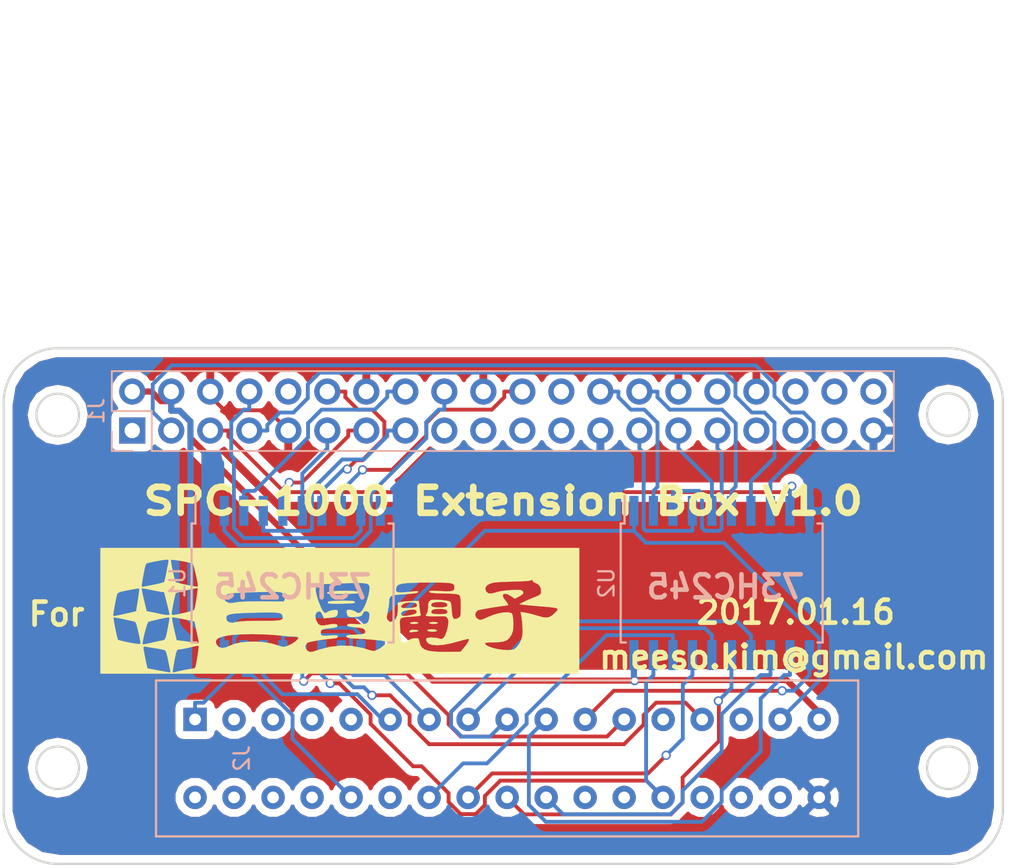
<source format=kicad_pcb>
(kicad_pcb (version 4) (host pcbnew 4.0.7)

  (general
    (links 50)
    (no_connects 1)
    (area 120.813282 87.501924 186.031418 121.250516)
    (thickness 1.6)
    (drawings 20)
    (tracks 318)
    (zones 0)
    (modules 5)
    (nets 65)
  )

  (page A4)
  (layers
    (0 F.Cu signal)
    (31 B.Cu signal)
    (32 B.Adhes user)
    (33 F.Adhes user)
    (34 B.Paste user)
    (35 F.Paste user)
    (36 B.SilkS user)
    (37 F.SilkS user)
    (38 B.Mask user)
    (39 F.Mask user)
    (40 Dwgs.User user)
    (41 Cmts.User user)
    (42 Eco1.User user)
    (43 Eco2.User user)
    (44 Edge.Cuts user)
    (45 Margin user)
    (46 B.CrtYd user)
    (47 F.CrtYd user)
    (48 B.Fab user)
    (49 F.Fab user)
  )

  (setup
    (last_trace_width 0.25)
    (trace_clearance 0.2)
    (zone_clearance 0.508)
    (zone_45_only no)
    (trace_min 0.2)
    (segment_width 0.2)
    (edge_width 0.15)
    (via_size 0.6)
    (via_drill 0.4)
    (via_min_size 0.4)
    (via_min_drill 0.3)
    (uvia_size 0.3)
    (uvia_drill 0.1)
    (uvias_allowed no)
    (uvia_min_size 0.2)
    (uvia_min_drill 0.1)
    (pcb_text_width 0.3)
    (pcb_text_size 1.5 1.5)
    (mod_edge_width 0.15)
    (mod_text_size 1 1)
    (mod_text_width 0.15)
    (pad_size 2 2)
    (pad_drill 1)
    (pad_to_mask_clearance 0.2)
    (aux_axis_origin 0 0)
    (visible_elements 7FFFFFFF)
    (pcbplotparams
      (layerselection 0x010f0_80000001)
      (usegerberextensions true)
      (excludeedgelayer true)
      (linewidth 0.100000)
      (plotframeref false)
      (viasonmask false)
      (mode 1)
      (useauxorigin false)
      (hpglpennumber 1)
      (hpglpenspeed 20)
      (hpglpendiameter 15)
      (hpglpenoverlay 2)
      (psnegative false)
      (psa4output false)
      (plotreference true)
      (plotvalue true)
      (plotinvisibletext false)
      (padsonsilk false)
      (subtractmaskfromsilk false)
      (outputformat 1)
      (mirror false)
      (drillshape 0)
      (scaleselection 1)
      (outputdirectory ./output))
  )

  (net 0 "")
  (net 1 "Net-(J1-Pad1)")
  (net 2 +5V)
  (net 3 /RD2)
  (net 4 /RD3)
  (net 5 GND)
  (net 6 /RD4)
  (net 7 /RWR)
  (net 8 /RRESET)
  (net 9 /RCLK)
  (net 10 /RA0)
  (net 11 /RA1)
  (net 12 "Net-(J1-Pad17)")
  (net 13 /RA2)
  (net 14 "Net-(J1-Pad19)")
  (net 15 "Net-(J1-Pad21)")
  (net 16 "Net-(J1-Pad23)")
  (net 17 /REXT1)
  (net 18 /RD7)
  (net 19 /RD0)
  (net 20 /RD1)
  (net 21 /RD5)
  (net 22 /RD6)
  (net 23 "Net-(J1-Pad32)")
  (net 24 "Net-(J1-Pad33)")
  (net 25 "Net-(J1-Pad35)")
  (net 26 "Net-(J1-Pad36)")
  (net 27 "Net-(J1-Pad37)")
  (net 28 "Net-(J1-Pad38)")
  (net 29 "Net-(J1-Pad40)")
  (net 30 /A2)
  (net 31 /A1)
  (net 32 /A0)
  (net 33 /D0)
  (net 34 /D1)
  (net 35 /D2)
  (net 36 /D3)
  (net 37 /RESET)
  (net 38 /CLK)
  (net 39 /WR)
  (net 40 "Net-(J2-Pad22)")
  (net 41 /D7)
  (net 42 /D6)
  (net 43 /D5)
  (net 44 /D4)
  (net 45 "Net-(J2-Pad28)")
  (net 46 "Net-(J2-Pad29)")
  (net 47 /EXT1)
  (net 48 "Net-(J2-Pad24)")
  (net 49 "Net-(J2-Pad25)")
  (net 50 "Net-(J2-Pad32)")
  (net 51 "Net-(J1-Pad24)")
  (net 52 "Net-(J1-Pad10)")
  (net 53 /RA4)
  (net 54 /A6)
  (net 55 /A12)
  (net 56 /A5)
  (net 57 /A7)
  (net 58 /A4)
  (net 59 /A8)
  (net 60 /A3)
  (net 61 /A9)
  (net 62 /A11)
  (net 63 /A10)
  (net 64 "Net-(J2-Pad30)")

  (net_class Default "This is the default net class."
    (clearance 0.2)
    (trace_width 0.25)
    (via_dia 0.6)
    (via_drill 0.4)
    (uvia_dia 0.3)
    (uvia_drill 0.1)
    (add_net /A0)
    (add_net /A1)
    (add_net /A10)
    (add_net /A11)
    (add_net /A12)
    (add_net /A2)
    (add_net /A3)
    (add_net /A4)
    (add_net /A5)
    (add_net /A6)
    (add_net /A7)
    (add_net /A8)
    (add_net /A9)
    (add_net /CLK)
    (add_net /D0)
    (add_net /D1)
    (add_net /D2)
    (add_net /D3)
    (add_net /D4)
    (add_net /D5)
    (add_net /D6)
    (add_net /D7)
    (add_net /EXT1)
    (add_net /RA0)
    (add_net /RA1)
    (add_net /RA2)
    (add_net /RA4)
    (add_net /RCLK)
    (add_net /RD0)
    (add_net /RD1)
    (add_net /RD2)
    (add_net /RD3)
    (add_net /RD4)
    (add_net /RD5)
    (add_net /RD6)
    (add_net /RD7)
    (add_net /RESET)
    (add_net /REXT1)
    (add_net /RRESET)
    (add_net /RWR)
    (add_net /WR)
    (add_net GND)
    (add_net "Net-(J1-Pad1)")
    (add_net "Net-(J1-Pad10)")
    (add_net "Net-(J1-Pad17)")
    (add_net "Net-(J1-Pad19)")
    (add_net "Net-(J1-Pad21)")
    (add_net "Net-(J1-Pad23)")
    (add_net "Net-(J1-Pad24)")
    (add_net "Net-(J1-Pad32)")
    (add_net "Net-(J1-Pad33)")
    (add_net "Net-(J1-Pad35)")
    (add_net "Net-(J1-Pad36)")
    (add_net "Net-(J1-Pad37)")
    (add_net "Net-(J1-Pad38)")
    (add_net "Net-(J1-Pad40)")
    (add_net "Net-(J2-Pad22)")
    (add_net "Net-(J2-Pad24)")
    (add_net "Net-(J2-Pad25)")
    (add_net "Net-(J2-Pad28)")
    (add_net "Net-(J2-Pad29)")
    (add_net "Net-(J2-Pad30)")
    (add_net "Net-(J2-Pad32)")
  )

  (net_class 5V ""
    (clearance 0.2)
    (trace_width 0.4)
    (via_dia 0.6)
    (via_drill 0.4)
    (uvia_dia 0.3)
    (uvia_drill 0.1)
    (add_net +5V)
  )

  (module rpspc:cardedge_female_2x17_2.54mm (layer B.Cu) (tedit 5A5B87A6) (tstamp 5A5B784F)
    (at 153.67 114.3 270)
    (path /5A3E9D10)
    (fp_text reference J2 (at 0 17.28 270) (layer B.SilkS)
      (effects (font (size 1 1) (thickness 0.15)) (justify mirror))
    )
    (fp_text value Conn_02x17_Top_Bottom (at 0 18.28 360) (layer B.Fab)
      (effects (font (size 1 1) (thickness 0.15)) (justify mirror))
    )
    (fp_line (start -5.08 22.86) (end 5.08 22.86) (layer B.SilkS) (width 0.15))
    (fp_line (start 5.08 22.86) (end 5.08 -22.86) (layer B.SilkS) (width 0.15))
    (fp_line (start 5.08 -22.86) (end -5.08 -22.86) (layer B.SilkS) (width 0.15))
    (fp_line (start -5.08 -22.86) (end -5.08 22.86) (layer B.SilkS) (width 0.15))
    (pad 1 thru_hole rect (at -2.54 20.32 270) (size 1.524 1.524) (drill 0.762) (layers *.Cu *.Mask)
      (net 54 /A6))
    (pad 2 thru_hole circle (at 2.54 20.32 270) (size 1.524 1.524) (drill 0.762) (layers *.Cu *.Mask)
      (net 55 /A12))
    (pad 3 thru_hole circle (at -2.54 17.78 270) (size 1.524 1.524) (drill 0.762) (layers *.Cu *.Mask)
      (net 56 /A5))
    (pad 4 thru_hole circle (at 2.54 17.78 270) (size 1.524 1.524) (drill 0.762) (layers *.Cu *.Mask)
      (net 57 /A7))
    (pad 5 thru_hole circle (at -2.54 15.24 270) (size 1.524 1.524) (drill 0.762) (layers *.Cu *.Mask)
      (net 58 /A4))
    (pad 6 thru_hole circle (at 2.54 15.24 270) (size 1.524 1.524) (drill 0.762) (layers *.Cu *.Mask)
      (net 59 /A8))
    (pad 7 thru_hole circle (at -2.54 12.7 270) (size 1.524 1.524) (drill 0.762) (layers *.Cu *.Mask)
      (net 60 /A3))
    (pad 8 thru_hole circle (at 2.54 12.7 270) (size 1.524 1.524) (drill 0.762) (layers *.Cu *.Mask)
      (net 61 /A9))
    (pad 9 thru_hole circle (at -2.54 10.16 270) (size 1.524 1.524) (drill 0.762) (layers *.Cu *.Mask)
      (net 30 /A2))
    (pad 10 thru_hole circle (at 2.54 10.16 270) (size 1.524 1.524) (drill 0.762) (layers *.Cu *.Mask)
      (net 62 /A11))
    (pad 11 thru_hole circle (at -2.54 7.62 270) (size 1.524 1.524) (drill 0.762) (layers *.Cu *.Mask)
      (net 31 /A1))
    (pad 12 thru_hole circle (at 2.54 7.62 270) (size 1.524 1.524) (drill 0.762) (layers *.Cu *.Mask)
      (net 63 /A10))
    (pad 13 thru_hole circle (at -2.54 5.08 270) (size 1.524 1.524) (drill 0.762) (layers *.Cu *.Mask)
      (net 32 /A0))
    (pad 14 thru_hole circle (at 2.54 5.08 270) (size 1.524 1.524) (drill 0.762) (layers *.Cu *.Mask)
      (net 41 /D7))
    (pad 15 thru_hole circle (at -2.54 2.54 270) (size 1.524 1.524) (drill 0.762) (layers *.Cu *.Mask)
      (net 33 /D0))
    (pad 16 thru_hole circle (at 2.54 2.54 270) (size 1.524 1.524) (drill 0.762) (layers *.Cu *.Mask)
      (net 42 /D6))
    (pad 17 thru_hole circle (at -2.54 0 270) (size 1.524 1.524) (drill 0.762) (layers *.Cu *.Mask)
      (net 34 /D1))
    (pad 18 thru_hole circle (at 2.54 0 270) (size 1.524 1.524) (drill 0.762) (layers *.Cu *.Mask)
      (net 43 /D5))
    (pad 19 thru_hole circle (at -2.54 -2.54 270) (size 1.524 1.524) (drill 0.762) (layers *.Cu *.Mask)
      (net 35 /D2))
    (pad 20 thru_hole circle (at 2.54 -2.54 270) (size 1.524 1.524) (drill 0.762) (layers *.Cu *.Mask)
      (net 44 /D4))
    (pad 21 thru_hole circle (at -2.54 -5.08 270) (size 1.524 1.524) (drill 0.762) (layers *.Cu *.Mask)
      (net 36 /D3))
    (pad 22 thru_hole circle (at 2.54 -5.08 270) (size 1.524 1.524) (drill 0.762) (layers *.Cu *.Mask)
      (net 40 "Net-(J2-Pad22)"))
    (pad 23 thru_hole circle (at -2.54 -7.62 270) (size 1.524 1.524) (drill 0.762) (layers *.Cu *.Mask)
      (net 37 /RESET))
    (pad 24 thru_hole circle (at 2.54 -7.62 270) (size 1.524 1.524) (drill 0.762) (layers *.Cu *.Mask)
      (net 48 "Net-(J2-Pad24)"))
    (pad 25 thru_hole circle (at -2.54 -10.16 270) (size 1.524 1.524) (drill 0.762) (layers *.Cu *.Mask)
      (net 49 "Net-(J2-Pad25)"))
    (pad 26 thru_hole circle (at 2.54 -10.16 270) (size 1.524 1.524) (drill 0.762) (layers *.Cu *.Mask)
      (net 47 /EXT1))
    (pad 27 thru_hole circle (at -2.54 -12.7 270) (size 1.524 1.524) (drill 0.762) (layers *.Cu *.Mask)
      (net 38 /CLK))
    (pad 28 thru_hole circle (at 2.54 -12.7 270) (size 1.524 1.524) (drill 0.762) (layers *.Cu *.Mask)
      (net 45 "Net-(J2-Pad28)"))
    (pad 29 thru_hole circle (at -2.54 -15.24 270) (size 1.524 1.524) (drill 0.762) (layers *.Cu *.Mask)
      (net 46 "Net-(J2-Pad29)"))
    (pad 30 thru_hole circle (at 2.54 -15.24 270) (size 1.524 1.524) (drill 0.762) (layers *.Cu *.Mask)
      (net 64 "Net-(J2-Pad30)"))
    (pad 31 thru_hole circle (at -2.54 -17.78 270) (size 1.524 1.524) (drill 0.762) (layers *.Cu *.Mask)
      (net 39 /WR))
    (pad 32 thru_hole circle (at 2.54 -17.78 270) (size 1.524 1.524) (drill 0.762) (layers *.Cu *.Mask)
      (net 50 "Net-(J2-Pad32)"))
    (pad 33 thru_hole circle (at -2.54 -20.32 270) (size 1.524 1.524) (drill 0.762) (layers *.Cu *.Mask)
      (net 2 +5V))
    (pad 34 thru_hole circle (at 2.54 -20.32 270) (size 1.524 1.524) (drill 0.762) (layers *.Cu *.Mask)
      (net 5 GND))
  )

  (module rpspc:samsunglogo (layer F.Cu) (tedit 5A5CBD0B) (tstamp 5A421309)
    (at 142.748 104.648)
    (fp_text reference G*** (at 0 0) (layer F.SilkS) hide
      (effects (font (thickness 0.3)))
    )
    (fp_text value LOGO (at -1.778 0) (layer F.SilkS) hide
      (effects (font (thickness 0.3)))
    )
    (fp_poly (pts (xy 15.621 4.1275) (xy -15.5575 4.1275) (xy -15.5575 2.430357) (xy -12.7635 2.430357)
      (xy -12.75183 2.523863) (xy -12.721053 2.702075) (xy -12.677518 2.933303) (xy -12.627574 3.185858)
      (xy -12.57757 3.42805) (xy -12.533856 3.628189) (xy -12.50278 3.754587) (xy -12.492695 3.781981)
      (xy -12.430501 3.796224) (xy -12.273212 3.827429) (xy -12.050716 3.870019) (xy -11.7929 3.918413)
      (xy -11.529654 3.967035) (xy -11.290865 4.010305) (xy -11.106421 4.042646) (xy -11.025719 4.055783)
      (xy -10.997319 4.011349) (xy -11.000215 3.9888) (xy -10.855575 3.9888) (xy -10.836794 4.049622)
      (xy -10.767948 4.044513) (xy -10.756646 4.041106) (xy -10.636938 4.010125) (xy -10.434732 3.963588)
      (xy -10.192007 3.911127) (xy -10.171724 3.906885) (xy -9.922359 3.859) (xy -9.704302 3.824369)
      (xy -9.562397 3.810058) (xy -9.556878 3.81) (xy -9.421605 3.766693) (xy -9.373001 3.698875)
      (xy -9.339229 3.55783) (xy -9.298591 3.345954) (xy -9.25585 3.094507) (xy -9.215766 2.834748)
      (xy -9.183103 2.597937) (xy -9.162621 2.415336) (xy -9.159084 2.318203) (xy -9.161548 2.310786)
      (xy -9.233163 2.311067) (xy -9.396511 2.339124) (xy -9.6208 2.389326) (xy -9.702852 2.40977)
      (xy -9.9622 2.471128) (xy -10.192052 2.516932) (xy -10.350794 2.539095) (xy -10.373208 2.54)
      (xy -10.454625 2.543066) (xy -10.518467 2.56287) (xy -10.570417 2.61532) (xy -10.616159 2.716321)
      (xy -10.661377 2.881782) (xy -10.711754 3.127609) (xy -10.772974 3.46971) (xy -10.835229 3.833096)
      (xy -10.855575 3.9888) (xy -11.000215 3.9888) (xy -11.008909 3.921125) (xy -11.038379 3.794186)
      (xy -11.083255 3.581802) (xy -11.135299 3.323308) (xy -11.151883 3.2385) (xy -11.207359 2.9851)
      (xy -11.264485 2.777233) (xy -11.313558 2.648633) (xy -11.327444 2.628178) (xy -11.420583 2.586402)
      (xy -11.604324 2.538704) (xy -11.843131 2.493916) (xy -11.90625 2.484355) (xy -12.171195 2.444547)
      (xy -12.40783 2.406185) (xy -12.571294 2.376594) (xy -12.588875 2.372898) (xy -12.719856 2.362725)
      (xy -12.763007 2.418083) (xy -12.7635 2.430357) (xy -15.5575 2.430357) (xy -15.5575 0.463251)
      (xy -14.708419 0.463251) (xy -14.707479 0.5323) (xy -14.684247 0.694651) (xy -14.644813 0.919815)
      (xy -14.59527 1.177308) (xy -14.541709 1.436641) (xy -14.490221 1.66733) (xy -14.446897 1.838886)
      (xy -14.417828 1.920824) (xy -14.416982 1.921883) (xy -14.340999 1.95241) (xy -14.17205 1.996926)
      (xy -13.942504 2.048916) (xy -13.684729 2.101864) (xy -13.431092 2.149256) (xy -13.213964 2.184578)
      (xy -13.065711 2.201314) (xy -13.030021 2.201037) (xy -12.978386 2.174875) (xy -12.822816 2.174875)
      (xy -12.804028 2.211129) (xy -12.725196 2.217477) (xy -12.565963 2.192202) (xy -12.305976 2.133589)
      (xy -12.291307 2.130075) (xy -12.026716 2.069335) (xy -11.76119 2.012714) (xy -11.622409 1.985569)
      (xy -11.506248 1.964532) (xy -11.422494 1.938046) (xy -11.361333 1.886389) (xy -11.312951 1.789836)
      (xy -11.267534 1.628664) (xy -11.215266 1.38315) (xy -11.146333 1.033568) (xy -11.144783 1.025714)
      (xy -11.100849 0.781589) (xy -11.074097 0.588561) (xy -11.071388 0.534933) (xy -10.898274 0.534933)
      (xy -10.872969 0.705036) (xy -10.82622 0.947169) (xy -10.764587 1.2267) (xy -10.595296 1.95469)
      (xy -10.175704 1.999625) (xy -9.93765 2.030889) (xy -9.735355 2.067587) (xy -9.624681 2.097754)
      (xy -9.45987 2.139714) (xy -9.310688 2.154974) (xy -9.188854 2.1479) (xy -9.151383 2.093988)
      (xy -9.153491 2.080336) (xy -8.048712 2.080336) (xy -8.000367 2.223683) (xy -7.846937 2.395079)
      (xy -7.633288 2.45893) (xy -7.368435 2.414155) (xy -7.167624 2.323288) (xy -6.83058 2.188581)
      (xy -6.40428 2.096111) (xy -5.919503 2.046632) (xy -5.407029 2.040898) (xy -4.897634 2.079665)
      (xy -4.4221 2.163687) (xy -4.128855 2.248779) (xy -3.889367 2.330703) (xy -3.728709 2.373179)
      (xy -3.605951 2.379025) (xy -3.480161 2.351059) (xy -3.340902 2.30303) (xy -3.335754 2.300674)
      (xy -2.207849 2.300674) (xy -2.200179 2.478573) (xy -2.086489 2.627996) (xy -2.081371 2.631649)
      (xy -1.987136 2.69198) (xy -1.900285 2.719581) (xy -1.789663 2.711959) (xy -1.62411 2.666622)
      (xy -1.372468 2.581076) (xy -1.349681 2.573118) (xy -0.631762 2.383229) (xy 0.108175 2.301704)
      (xy 0.843836 2.329005) (xy 1.548927 2.465597) (xy 1.723815 2.519009) (xy 1.972415 2.599089)
      (xy 2.13702 2.641076) (xy 2.253892 2.647711) (xy 2.359293 2.621733) (xy 2.468681 2.575275)
      (xy 2.662473 2.468573) (xy 2.845071 2.336491) (xy 2.984074 2.205937) (xy 3.04708 2.103823)
      (xy 3.048 2.09414) (xy 2.994327 2.035878) (xy 2.905125 2.003283) (xy 2.73975 1.976989)
      (xy 2.481373 1.946922) (xy 2.163819 1.915952) (xy 1.820911 1.886955) (xy 1.486473 1.862803)
      (xy 1.194329 1.846369) (xy 0.989096 1.840527) (xy 0.696115 1.824445) (xy 0.517158 1.778925)
      (xy 0.456347 1.705421) (xy 0.471862 1.658099) (xy 0.557191 1.621648) (xy 0.747086 1.597224)
      (xy 1.01945 1.587554) (xy 1.043722 1.5875) (xy 1.368037 1.575546) (xy 1.577146 1.53642)
      (xy 1.680875 1.465227) (xy 1.689049 1.357068) (xy 1.657275 1.281725) (xy 1.601287 1.21755)
      (xy 1.497324 1.172848) (xy 1.318775 1.140237) (xy 1.049618 1.113215) (xy 0.776165 1.085574)
      (xy 0.608782 1.054516) (xy 0.526557 1.014506) (xy 0.508 0.969897) (xy 0.52472 0.92451)
      (xy 0.589791 0.898659) (xy 0.725573 0.889864) (xy 0.954429 0.895643) (xy 1.109498 0.903157)
      (xy 1.437432 0.912735) (xy 1.661873 0.892899) (xy 1.805147 0.831544) (xy 1.889577 0.716565)
      (xy 1.937486 0.535855) (xy 1.950829 0.446914) (xy 1.951871 0.42848) (xy 3.086616 0.42848)
      (xy 3.109599 0.637273) (xy 3.208777 0.74557) (xy 3.29904 0.762) (xy 3.521501 0.715122)
      (xy 3.678557 0.570877) (xy 3.773463 0.323842) (xy 3.783341 0.226384) (xy 4.009432 0.226384)
      (xy 4.021573 0.280826) (xy 4.069689 0.346502) (xy 4.164987 0.374894) (xy 4.331491 0.3674)
      (xy 4.59323 0.325416) (xy 4.639419 0.316756) (xy 4.893422 0.249395) (xy 5.023946 0.165872)
      (xy 5.033758 0.063866) (xy 5.001055 0.01314) (xy 4.919812 -0.034947) (xy 4.768277 -0.047645)
      (xy 4.544313 -0.030491) (xy 4.242887 0.024879) (xy 4.064656 0.110467) (xy 4.009432 0.226384)
      (xy 3.783341 0.226384) (xy 3.809473 -0.031404) (xy 3.81 -0.08922) (xy 3.81 -0.272273)
      (xy 4.016107 -0.272273) (xy 4.028423 -0.189593) (xy 4.160089 -0.144052) (xy 4.409816 -0.136457)
      (xy 4.521685 -0.142683) (xy 4.750918 -0.166783) (xy 4.930732 -0.199845) (xy 5.022657 -0.234769)
      (xy 5.023128 -0.235229) (xy 5.055659 -0.339732) (xy 5.043537 -0.402132) (xy 4.95583 -0.471799)
      (xy 4.785584 -0.508586) (xy 4.572799 -0.512964) (xy 4.35748 -0.485406) (xy 4.179628 -0.426384)
      (xy 4.124431 -0.391284) (xy 4.016107 -0.272273) (xy 3.81 -0.272273) (xy 3.81 -0.502246)
      (xy 4.048125 -0.548195) (xy 4.237841 -0.572817) (xy 4.494873 -0.59119) (xy 4.73075 -0.598698)
      (xy 5.17525 -0.60325) (xy 5.211831 -0.22225) (xy 5.239225 0.000956) (xy 5.272114 0.182894)
      (xy 5.295669 0.263802) (xy 5.303997 0.315294) (xy 5.259522 0.350904) (xy 5.14098 0.376686)
      (xy 4.927112 0.398692) (xy 4.782838 0.409803) (xy 4.436361 0.433614) (xy 4.197016 0.457414)
      (xy 4.04617 0.498857) (xy 3.965191 0.575595) (xy 3.935445 0.705281) (xy 3.938299 0.905568)
      (xy 3.955114 1.193992) (xy 3.973657 1.485137) (xy 3.995941 1.736626) (xy 4.018779 1.91652)
      (xy 4.034003 1.984375) (xy 4.12697 2.077508) (xy 4.273866 2.082403) (xy 4.438771 2.000582)
      (xy 4.479943 1.965499) (xy 4.679068 1.857788) (xy 4.894244 1.822624) (xy 5.066833 1.820303)
      (xy 5.153006 1.85432) (xy 5.193155 1.954059) (xy 5.211198 2.053171) (xy 5.268961 2.262492)
      (xy 5.372217 2.425294) (xy 5.534341 2.546377) (xy 5.768706 2.63054) (xy 6.088686 2.682582)
      (xy 6.507653 2.707304) (xy 7.038981 2.709503) (xy 7.040039 2.70949) (xy 7.888829 2.69875)
      (xy 8.090358 2.465438) (xy 8.258496 2.252827) (xy 8.37877 2.065225) (xy 8.437231 1.927045)
      (xy 8.430974 1.869307) (xy 8.358159 1.870312) (xy 8.194278 1.903636) (xy 7.969174 1.962743)
      (xy 7.86467 1.993347) (xy 7.285393 2.148828) (xy 6.783884 2.243934) (xy 6.366261 2.27894)
      (xy 6.038641 2.254126) (xy 5.807142 2.169769) (xy 5.677881 2.026146) (xy 5.6515 1.892863)
      (xy 5.670542 1.826209) (xy 5.746934 1.79133) (xy 5.90957 1.778834) (xy 6.004924 1.778)
      (xy 6.22465 1.789064) (xy 6.405845 1.817434) (xy 6.476574 1.841272) (xy 6.641263 1.878916)
      (xy 6.7838 1.80085) (xy 6.906539 1.604037) (xy 7.011838 1.285442) (xy 7.055425 1.095428)
      (xy 7.097074 0.860711) (xy 7.102472 0.705151) (xy 7.071084 0.586033) (xy 7.048466 0.539688)
      (xy 6.980641 0.441319) (xy 6.887555 0.394725) (xy 6.726749 0.383943) (xy 6.639436 0.385903)
      (xy 6.380431 0.390515) (xy 6.085573 0.39053) (xy 5.949524 0.388627) (xy 5.744381 0.382358)
      (xy 5.643971 0.366338) (xy 5.62605 0.328308) (xy 5.668375 0.256005) (xy 5.679649 0.23987)
      (xy 5.741273 0.088368) (xy 5.743105 0.077281) (xy 5.976512 0.077281) (xy 5.990325 0.154481)
      (xy 6.039021 0.207782) (xy 6.150969 0.238806) (xy 6.350973 0.252312) (xy 6.50875 0.254)
      (xy 6.768205 0.248147) (xy 6.925867 0.227415) (xy 7.006537 0.187043) (xy 7.027174 0.154481)
      (xy 7.028706 0.032351) (xy 6.920001 -0.047819) (xy 6.696666 -0.088129) (xy 6.507404 -0.094061)
      (xy 6.214907 -0.075123) (xy 6.039578 -0.018795) (xy 5.976512 0.077281) (xy 5.743105 0.077281)
      (xy 5.775767 -0.120319) (xy 5.7785 -0.192493) (xy 5.786729 -0.366871) (xy 5.97639 -0.366871)
      (xy 5.990325 -0.290019) (xy 6.07236 -0.23305) (xy 6.24085 -0.196969) (xy 6.456981 -0.181775)
      (xy 6.681937 -0.18747) (xy 6.876904 -0.214052) (xy 7.003066 -0.261523) (xy 7.027174 -0.290019)
      (xy 7.028526 -0.412182) (xy 6.919392 -0.492621) (xy 6.695439 -0.533423) (xy 6.508779 -0.53975)
      (xy 6.215389 -0.521236) (xy 6.039366 -0.464303) (xy 5.97639 -0.366871) (xy 5.786729 -0.366871)
      (xy 5.789187 -0.418951) (xy 5.834857 -0.568629) (xy 5.93592 -0.654504) (xy 6.112785 -0.689551)
      (xy 6.385864 -0.686745) (xy 6.54054 -0.676949) (xy 6.80885 -0.651406) (xy 7.033222 -0.618073)
      (xy 7.180323 -0.582447) (xy 7.214012 -0.565888) (xy 7.263914 -0.459803) (xy 7.299801 -0.247493)
      (xy 7.315805 -0.016907) (xy 7.341991 0.290524) (xy 7.397203 0.482179) (xy 7.488915 0.56744)
      (xy 7.6246 0.555688) (xy 7.731672 0.505161) (xy 7.810195 0.45627) (xy 7.860639 0.398543)
      (xy 7.889214 0.30543) (xy 7.889471 0.302338) (xy 8.841983 0.302338) (xy 8.900442 0.466404)
      (xy 8.950961 0.518713) (xy 9.056863 0.594038) (xy 9.156554 0.624149) (xy 9.281808 0.605785)
      (xy 9.464395 0.535683) (xy 9.66102 0.445814) (xy 10.005884 0.306529) (xy 10.352037 0.205478)
      (xy 10.674933 0.146116) (xy 10.950027 0.131896) (xy 11.152771 0.166274) (xy 11.240558 0.223525)
      (xy 11.284498 0.342599) (xy 11.314501 0.563312) (xy 11.326906 0.84265) (xy 11.32427 1.125804)
      (xy 11.302727 1.326387) (xy 11.25397 1.488384) (xy 11.175198 1.646039) (xy 11.049397 1.827479)
      (xy 10.894698 1.953435) (xy 10.686972 2.03313) (xy 10.402085 2.075789) (xy 10.015906 2.090633)
      (xy 10.011833 2.090669) (xy 9.72938 2.098018) (xy 9.558038 2.115795) (xy 9.482168 2.146461)
      (xy 9.476772 2.174875) (xy 9.570436 2.280315) (xy 9.762765 2.378853) (xy 10.025431 2.465145)
      (xy 10.330109 2.533849) (xy 10.648472 2.579622) (xy 10.952194 2.597121) (xy 11.212948 2.581002)
      (xy 11.384504 2.534708) (xy 11.547641 2.407258) (xy 11.706215 2.195271) (xy 11.83526 1.939564)
      (xy 11.909811 1.680951) (xy 11.910846 1.674235) (xy 11.927821 1.427135) (xy 11.922643 1.104632)
      (xy 11.897984 0.755873) (xy 11.85652 0.430006) (xy 11.837418 0.324897) (xy 11.794097 0.110045)
      (xy 12.104173 0.156437) (xy 12.319841 0.199319) (xy 12.598778 0.269021) (xy 12.884102 0.351218)
      (xy 12.910637 0.359524) (xy 13.232148 0.448706) (xy 13.472897 0.477792) (xy 13.666278 0.442345)
      (xy 13.845682 0.33793) (xy 13.985875 0.21668) (xy 14.116946 0.08981) (xy 14.195904 -0.005573)
      (xy 14.211471 -0.075754) (xy 14.152368 -0.127019) (xy 14.00732 -0.165655) (xy 13.765049 -0.197948)
      (xy 13.414279 -0.230184) (xy 13.1445 -0.25232) (xy 12.798838 -0.281329) (xy 12.472452 -0.310432)
      (xy 12.199812 -0.336446) (xy 12.015389 -0.356186) (xy 12.0015 -0.357897) (xy 11.71575 -0.393907)
      (xy 12.03325 -0.557836) (xy 12.278823 -0.674637) (xy 12.564941 -0.796747) (xy 12.73175 -0.861394)
      (xy 12.945339 -0.947205) (xy 13.065149 -1.021588) (xy 13.119835 -1.106846) (xy 13.133501 -1.174087)
      (xy 13.118202 -1.422092) (xy 13.021601 -1.622858) (xy 12.861498 -1.744242) (xy 12.80942 -1.759291)
      (xy 12.651864 -1.829051) (xy 12.587476 -1.919999) (xy 12.54652 -1.995514) (xy 12.509901 -1.969149)
      (xy 12.427158 -1.935999) (xy 12.222682 -1.909033) (xy 11.894809 -1.888108) (xy 11.441878 -1.873079)
      (xy 11.395031 -1.872013) (xy 11.018085 -1.8616) (xy 10.666563 -1.848023) (xy 10.368375 -1.832646)
      (xy 10.15143 -1.816834) (xy 10.068195 -1.80713) (xy 9.78277 -1.728326) (xy 9.591414 -1.605414)
      (xy 9.503941 -1.450083) (xy 9.530168 -1.274027) (xy 9.567369 -1.210608) (xy 9.687741 -1.109659)
      (xy 9.864847 -1.087008) (xy 10.117666 -1.141794) (xy 10.231391 -1.180497) (xy 10.415421 -1.227131)
      (xy 10.68351 -1.270108) (xy 10.992742 -1.303292) (xy 11.177213 -1.315795) (xy 11.486184 -1.328674)
      (xy 11.693182 -1.32806) (xy 11.822728 -1.311782) (xy 11.899343 -1.277673) (xy 11.928805 -1.24933)
      (xy 11.980131 -1.149461) (xy 11.943298 -1.057504) (xy 11.805646 -0.955319) (xy 11.673586 -0.883688)
      (xy 11.417789 -0.75319) (xy 11.182356 -0.916345) (xy 10.955264 -1.041319) (xy 10.778274 -1.080345)
      (xy 10.666678 -1.043189) (xy 10.63577 -0.939616) (xy 10.700843 -0.77939) (xy 10.788271 -0.664712)
      (xy 10.924537 -0.490799) (xy 10.985765 -0.36987) (xy 10.964126 -0.318265) (xy 10.954622 -0.3175)
      (xy 10.830538 -0.307318) (xy 10.617899 -0.279857) (xy 10.344798 -0.239744) (xy 10.039328 -0.191608)
      (xy 9.72958 -0.140078) (xy 9.443649 -0.08978) (xy 9.209625 -0.045344) (xy 9.055603 -0.011397)
      (xy 9.012376 0.002474) (xy 8.881143 0.132152) (xy 8.841983 0.302338) (xy 7.889471 0.302338)
      (xy 7.902134 0.150379) (xy 7.905611 -0.09316) (xy 7.90575 -0.238861) (xy 7.900932 -0.558274)
      (xy 7.884453 -0.773947) (xy 7.853275 -0.908847) (xy 7.807323 -0.983056) (xy 7.740585 -1.024088)
      (xy 7.622517 -1.05382) (xy 7.433904 -1.074404) (xy 7.155528 -1.087993) (xy 6.796553 -1.096284)
      (xy 6.421848 -1.105002) (xy 6.15717 -1.118127) (xy 5.985571 -1.137539) (xy 5.890103 -1.16512)
      (xy 5.854404 -1.200852) (xy 5.859568 -1.2383) (xy 5.917656 -1.260601) (xy 6.047218 -1.268996)
      (xy 6.266805 -1.264725) (xy 6.583756 -1.249634) (xy 6.942035 -1.23428) (xy 7.192649 -1.236605)
      (xy 7.354311 -1.261703) (xy 7.44573 -1.314667) (xy 7.485618 -1.400592) (xy 7.493 -1.497175)
      (xy 7.486057 -1.590767) (xy 7.455878 -1.663578) (xy 7.388436 -1.718138) (xy 7.269704 -1.756973)
      (xy 7.085656 -1.782614) (xy 6.822265 -1.797589) (xy 6.465504 -1.804425) (xy 6.001346 -1.805652)
      (xy 5.784553 -1.805145) (xy 5.21418 -1.800698) (xy 4.758016 -1.789953) (xy 4.403345 -1.770981)
      (xy 4.137452 -1.741853) (xy 3.947621 -1.700638) (xy 3.821135 -1.645408) (xy 3.74528 -1.574232)
      (xy 3.70854 -1.490117) (xy 3.681002 -1.32335) (xy 3.711606 -1.219629) (xy 3.818191 -1.168246)
      (xy 4.018594 -1.158493) (xy 4.238708 -1.171854) (xy 4.5074 -1.195531) (xy 4.753636 -1.220682)
      (xy 4.92741 -1.242167) (xy 4.937125 -1.243642) (xy 5.0868 -1.245732) (xy 5.141341 -1.207512)
      (xy 5.089329 -1.152547) (xy 4.997033 -1.120008) (xy 4.875704 -1.101336) (xy 4.660176 -1.079146)
      (xy 4.383081 -1.056475) (xy 4.134448 -1.039753) (xy 3.779895 -1.013467) (xy 3.533091 -0.977851)
      (xy 3.374795 -0.922179) (xy 3.285763 -0.835724) (xy 3.246753 -0.70776) (xy 3.2385 -0.540343)
      (xy 3.221774 -0.321593) (xy 3.178766 -0.053475) (xy 3.140043 0.120054) (xy 3.086616 0.42848)
      (xy 1.951871 0.42848) (xy 1.961357 0.260728) (xy 1.921512 0.149579) (xy 1.866975 0.098514)
      (xy 1.728033 0.053131) (xy 1.598063 0.0905) (xy 1.526841 0.192661) (xy 1.524 0.22225)
      (xy 1.46436 0.335452) (xy 1.290592 0.410007) (xy 1.010418 0.443057) (xy 0.923352 0.4445)
      (xy 0.717374 0.439029) (xy 0.60118 0.41262) (xy 0.537692 0.350273) (xy 0.503836 0.274799)
      (xy 0.458522 0.086446) (xy 0.504586 -0.015382) (xy 0.648011 -0.038165) (xy 0.743702 -0.025037)
      (xy 0.923137 0.026282) (xy 1.054394 0.094255) (xy 1.066567 0.104996) (xy 1.207974 0.188923)
      (xy 1.350305 0.155041) (xy 1.496679 0.000805) (xy 1.650213 -0.276329) (xy 1.715259 -0.424393)
      (xy 1.819058 -0.709922) (xy 1.902796 -1.006479) (xy 1.949926 -1.254559) (xy 1.952154 -1.276217)
      (xy 1.96412 -1.427909) (xy 1.960577 -1.5471) (xy 1.928367 -1.637241) (xy 1.854329 -1.701779)
      (xy 1.725302 -1.744165) (xy 1.528126 -1.767848) (xy 1.249642 -1.776276) (xy 0.876689 -1.772899)
      (xy 0.396107 -1.761167) (xy 0.130092 -1.753769) (xy -0.341566 -1.738076) (xy -0.751664 -1.71946)
      (xy -1.085608 -1.698894) (xy -1.328805 -1.677352) (xy -1.466658 -1.655805) (xy -1.491196 -1.645676)
      (xy -1.544513 -1.509971) (xy -1.540667 -1.281101) (xy -1.482408 -0.977881) (xy -1.37249 -0.619125)
      (xy -1.320669 -0.479657) (xy -1.187 -0.158361) (xy -1.07543 0.050552) (xy -0.976329 0.157672)
      (xy -0.880066 0.173589) (xy -0.781593 0.113082) (xy -0.64831 0.04422) (xy -0.452676 -0.003325)
      (xy -0.381 -0.011248) (xy -0.205985 -0.019341) (xy -0.124808 0.002948) (xy -0.104755 0.075348)
      (xy -0.108598 0.153047) (xy -0.130197 0.296378) (xy -0.187681 0.385763) (xy -0.308267 0.438927)
      (xy -0.519168 0.473592) (xy -0.617467 0.484437) (xy -1.007124 0.525164) (xy -1.10549 0.289742)
      (xy -1.187907 0.133367) (xy -1.276529 0.074458) (xy -1.346775 0.074785) (xy -1.492154 0.149868)
      (xy -1.562429 0.307252) (xy -1.551945 0.522906) (xy -1.493104 0.696608) (xy -1.380745 0.885072)
      (xy -1.239206 0.980712) (xy -1.038836 0.995077) (xy -0.823425 0.957472) (xy -0.522288 0.903111)
      (xy -0.295507 0.893059) (xy -0.15952 0.926773) (xy -0.127 0.980502) (xy -0.137426 1.050827)
      (xy -0.185966 1.096952) (xy -0.298513 1.128803) (xy -0.500961 1.156303) (xy -0.61851 1.168889)
      (xy -0.895226 1.20212) (xy -1.068749 1.240017) (xy -1.162677 1.294557) (xy -1.200606 1.377715)
      (xy -1.2065 1.467293) (xy -1.195246 1.57458) (xy -1.144684 1.635853) (xy -1.02962 1.66006)
      (xy -0.824859 1.656152) (xy -0.6985 1.647733) (xy -0.4157 1.630017) (xy -0.236671 1.628212)
      (xy -0.138895 1.64481) (xy -0.099855 1.682304) (xy -0.09525 1.7145) (xy -0.153319 1.793347)
      (xy -0.28575 1.82736) (xy -0.773397 1.877921) (xy -1.210012 1.933873) (xy -1.579207 1.992424)
      (xy -1.864594 2.05078) (xy -2.049788 2.106148) (xy -2.10722 2.137856) (xy -2.207849 2.300674)
      (xy -3.335754 2.300674) (xy -3.117983 2.201025) (xy -2.911561 2.069274) (xy -2.752453 1.931502)
      (xy -2.671476 1.811431) (xy -2.667 1.784273) (xy -2.725205 1.741156) (xy -2.879824 1.717196)
      (xy -2.970291 1.7145) (xy -3.186407 1.706442) (xy -3.469516 1.685241) (xy -3.760835 1.655359)
      (xy -3.779916 1.653069) (xy -4.349978 1.599605) (xy -4.989256 1.565816) (xy -5.64752 1.552805)
      (xy -6.274543 1.561678) (xy -6.751076 1.5877) (xy -7.243976 1.641319) (xy -7.615663 1.715088)
      (xy -7.870663 1.811311) (xy -8.013504 1.932292) (xy -8.048712 2.080336) (xy -9.153491 2.080336)
      (xy -9.172752 1.95562) (xy -9.173409 1.952625) (xy -9.20819 1.790786) (xy -9.2587 1.551796)
      (xy -9.314968 1.282877) (xy -9.324221 1.23839) (xy -9.42975 0.73053) (xy -10.145607 0.578413)
      (xy -10.431223 0.521308) (xy -10.526709 0.504928) (xy -7.366 0.504928) (xy -7.315243 0.683733)
      (xy -7.171346 0.787616) (xy -6.946871 0.812055) (xy -6.667081 0.756533) (xy -6.526967 0.733408)
      (xy -6.278959 0.714224) (xy -5.942126 0.699824) (xy -5.535539 0.69105) (xy -5.131768 0.688656)
      (xy -4.65687 0.687566) (xy -4.294918 0.681231) (xy -4.031871 0.666385) (xy -3.853691 0.639761)
      (xy -3.746339 0.598095) (xy -3.695776 0.53812) (xy -3.687961 0.456571) (xy -3.707068 0.357252)
      (xy -3.736907 0.285348) (xy -3.795122 0.229603) (xy -3.895331 0.188631) (xy -4.051152 0.161045)
      (xy -4.276202 0.14546) (xy -4.584099 0.14049) (xy -4.988462 0.14475) (xy -5.502906 0.156852)
      (xy -5.639079 0.160623) (xy -6.156995 0.177375) (xy -6.561475 0.196745) (xy -6.866084 0.221436)
      (xy -7.084385 0.254153) (xy -7.229942 0.2976) (xy -7.316321 0.354481) (xy -7.357084 0.427502)
      (xy -7.366 0.504928) (xy -10.526709 0.504928) (xy -10.669275 0.480472) (xy -10.833702 0.459921)
      (xy -10.89767 0.462503) (xy -10.898274 0.534933) (xy -11.071388 0.534933) (xy -11.068483 0.477454)
      (xy -11.072579 0.463255) (xy -11.142974 0.463622) (xy -11.305265 0.488306) (xy -11.528196 0.530585)
      (xy -11.780514 0.58374) (xy -12.030962 0.641051) (xy -12.248288 0.695798) (xy -12.401236 0.741261)
      (xy -12.442623 0.757821) (xy -12.484844 0.830177) (xy -12.544657 0.996628) (xy -12.613939 1.226903)
      (xy -12.684568 1.490728) (xy -12.748422 1.75783) (xy -12.797379 1.997935) (xy -12.822816 2.174875)
      (xy -12.978386 2.174875) (xy -12.950087 2.160537) (xy -12.942065 2.14122) (xy -12.952943 2.062325)
      (xy -12.986443 1.887418) (xy -13.03702 1.644324) (xy -13.084831 1.424939) (xy -13.155863 1.120963)
      (xy -13.213608 0.920489) (xy -13.2667 0.801925) (xy -13.323777 0.74368) (xy -13.363287 0.728758)
      (xy -13.806505 0.630522) (xy -14.174768 0.552461) (xy -14.455938 0.496971) (xy -14.637879 0.466447)
      (xy -14.708419 0.463251) (xy -15.5575 0.463251) (xy -15.5575 0.333375) (xy -14.731759 0.333375)
      (xy -14.72397 0.364601) (xy -14.684617 0.376564) (xy -14.590335 0.366994) (xy -14.417757 0.333624)
      (xy -14.1605 0.277919) (xy -13.893753 0.218698) (xy -13.644401 0.162366) (xy -13.464619 0.120715)
      (xy -13.458986 0.119371) (xy -13.233721 0.06553) (xy -13.119074 -0.669782) (xy -13.07603 -0.959337)
      (xy -13.044343 -1.199232) (xy -13.02711 -1.363959) (xy -13.027097 -1.427764) (xy -13.094607 -1.425224)
      (xy -13.260448 -1.401051) (xy -13.498603 -1.359432) (xy -13.743472 -1.31247) (xy -14.046035 -1.250788)
      (xy -14.247205 -1.202522) (xy -14.370365 -1.157419) (xy -14.438898 -1.105232) (xy -14.476187 -1.035708)
      (xy -14.492503 -0.984129) (xy -14.52357 -0.85338) (xy -14.566491 -0.643148) (xy -14.614739 -0.38937)
      (xy -14.661787 -0.127983) (xy -14.70111 0.105075) (xy -14.726182 0.273865) (xy -14.731759 0.333375)
      (xy -15.5575 0.333375) (xy -15.5575 -1.431907) (xy -12.876761 -1.431907) (xy -12.871828 -1.364915)
      (xy -12.841353 -1.199573) (xy -12.79036 -0.960798) (xy -12.724141 -0.674643) (xy -12.548486 0.059585)
      (xy -12.195618 0.127696) (xy -11.950695 0.177077) (xy -11.718445 0.227273) (xy -11.6205 0.25009)
      (xy -11.395593 0.293393) (xy -11.204988 0.309599) (xy -11.081194 0.297576) (xy -11.051715 0.269875)
      (xy -11.064708 0.206375) (xy -10.921347 0.206375) (xy -10.91604 0.265065) (xy -10.88602 0.299166)
      (xy -10.811386 0.307928) (xy -10.672235 0.290598) (xy -10.448668 0.246427) (xy -10.128902 0.176463)
      (xy -9.859379 0.11233) (xy -9.638324 0.051597) (xy -9.493982 0.002496) (xy -9.453904 -0.020264)
      (xy -9.424307 -0.108241) (xy -9.385582 -0.28493) (xy -9.34264 -0.518817) (xy -9.309604 -0.72178)
      (xy -7.488947 -0.72178) (xy -7.435211 -0.619643) (xy -7.372 -0.563589) (xy -7.168931 -0.470516)
      (xy -7.024029 -0.472193) (xy -6.839008 -0.499206) (xy -6.60424 -0.531908) (xy -6.50875 -0.544807)
      (xy -6.346507 -0.557515) (xy -6.082899 -0.567772) (xy -5.743544 -0.575045) (xy -5.354062 -0.578799)
      (xy -4.940074 -0.578499) (xy -4.904507 -0.578269) (xy -3.617763 -0.569339) (xy -3.548599 -0.721137)
      (xy -3.516205 -0.911901) (xy -3.598683 -1.064948) (xy -3.785919 -1.16508) (xy -3.854933 -1.181413)
      (xy -3.990882 -1.192569) (xy -4.230329 -1.197795) (xy -4.54994 -1.197738) (xy -4.926384 -1.193045)
      (xy -5.336328 -1.184364) (xy -5.75644 -1.172342) (xy -6.163387 -1.157627) (xy -6.533837 -1.140865)
      (xy -6.844458 -1.122704) (xy -7.071918 -1.103791) (xy -7.174839 -1.089307) (xy -7.353503 -1.019672)
      (xy -7.450871 -0.886476) (xy -7.45931 -0.864011) (xy -7.488947 -0.72178) (xy -9.309604 -0.72178)
      (xy -9.300389 -0.778388) (xy -9.26374 -1.032128) (xy -9.237603 -1.248521) (xy -9.226888 -1.396055)
      (xy -9.232259 -1.442926) (xy -9.301532 -1.440849) (xy -9.463013 -1.413386) (xy -9.68613 -1.367623)
      (xy -9.940314 -1.310645) (xy -10.194993 -1.24954) (xy -10.419597 -1.191393) (xy -10.583555 -1.143292)
      (xy -10.655695 -1.112973) (xy -10.680036 -1.041451) (xy -10.719822 -0.877516) (xy -10.768474 -0.65383)
      (xy -10.819418 -0.403056) (xy -10.866075 -0.157857) (xy -10.90187 0.049106) (xy -10.920226 0.185168)
      (xy -10.921347 0.206375) (xy -11.064708 0.206375) (xy -11.067531 0.19258) (xy -11.108394 0.018963)
      (xy -11.167886 -0.224258) (xy -11.230923 -0.476122) (xy -11.407417 -1.174493) (xy -11.688584 -1.218434)
      (xy -11.901134 -1.255691) (xy -12.173714 -1.308806) (xy -12.411738 -1.358659) (xy -12.631744 -1.402947)
      (xy -12.797289 -1.429428) (xy -12.875207 -1.432878) (xy -12.876761 -1.431907) (xy -15.5575 -1.431907)
      (xy -15.5575 -1.589834) (xy -12.870805 -1.589834) (xy -12.862356 -1.537824) (xy -12.839403 -1.524006)
      (xy -12.83872 -1.524) (xy -12.755958 -1.535908) (xy -12.577427 -1.568088) (xy -12.331752 -1.615233)
      (xy -12.121467 -1.657053) (xy -11.845377 -1.715808) (xy -11.616653 -1.770245) (xy -11.463457 -1.813313)
      (xy -11.415094 -1.833884) (xy -11.382685 -1.913144) (xy -11.338091 -2.084703) (xy -11.289616 -2.315523)
      (xy -11.276986 -2.383457) (xy -11.227343 -2.653098) (xy -11.180258 -2.9005) (xy -11.144851 -3.077873)
      (xy -11.141081 -3.095625) (xy -11.124389 -3.208998) (xy -10.965705 -3.208998) (xy -10.943252 -3.044811)
      (xy -10.903529 -2.818851) (xy -10.852835 -2.561952) (xy -10.79747 -2.304945) (xy -10.743733 -2.078664)
      (xy -10.697924 -1.913941) (xy -10.671964 -1.84837) (xy -10.598173 -1.81267) (xy -10.427652 -1.76212)
      (xy -10.18865 -1.70444) (xy -10.00125 -1.66505) (xy -9.675061 -1.600738) (xy -9.453294 -1.559543)
      (xy -9.315802 -1.539843) (xy -9.24244 -1.540019) (xy -9.213062 -1.55845) (xy -9.207521 -1.593517)
      (xy -9.2075 -1.601215) (xy -9.221334 -1.718952) (xy -9.257899 -1.918226) (xy -9.309797 -2.166645)
      (xy -9.369628 -2.431817) (xy -9.42999 -2.681349) (xy -9.483484 -2.882848) (xy -9.52271 -3.003922)
      (xy -9.532019 -3.021716) (xy -9.612881 -3.059467) (xy -9.785164 -3.106926) (xy -10.017222 -3.158377)
      (xy -10.27741 -3.2081) (xy -10.534082 -3.250377) (xy -10.755593 -3.279491) (xy -10.910299 -3.289722)
      (xy -10.964587 -3.280581) (xy -10.965705 -3.208998) (xy -11.124389 -3.208998) (xy -11.120394 -3.236125)
      (xy -11.155268 -3.292378) (xy -11.247438 -3.301949) (xy -11.383491 -3.2888) (xy -11.612244 -3.253132)
      (xy -11.902549 -3.20053) (xy -12.223253 -3.136579) (xy -12.484733 -3.080111) (xy -12.555584 -3.045754)
      (xy -12.610185 -2.962949) (xy -12.659097 -2.806554) (xy -12.712884 -2.55143) (xy -12.717875 -2.525148)
      (xy -12.788285 -2.147693) (xy -12.835854 -1.877501) (xy -12.862666 -1.697304) (xy -12.870805 -1.589834)
      (xy -15.5575 -1.589834) (xy -15.5575 -4.064) (xy 15.621 -4.064) (xy 15.621 4.1275)) (layer F.SilkS) (width 0.01))
    (fp_poly (pts (xy 0.621483 -0.621508) (xy 0.830058 -0.60867) (xy 0.952923 -0.588305) (xy 0.970146 -0.579254)
      (xy 1.016522 -0.505355) (xy 1.011766 -0.485584) (xy 0.932082 -0.467008) (xy 0.756684 -0.45127)
      (xy 0.514322 -0.438856) (xy 0.233745 -0.430249) (xy -0.056298 -0.425935) (xy -0.327059 -0.426398)
      (xy -0.549787 -0.432123) (xy -0.695735 -0.443596) (xy -0.737411 -0.456087) (xy -0.741924 -0.545416)
      (xy -0.731356 -0.55985) (xy -0.645466 -0.584907) (xy -0.463302 -0.604513) (xy -0.215194 -0.618322)
      (xy 0.068526 -0.625988) (xy 0.357529 -0.627165) (xy 0.621483 -0.621508)) (layer F.SilkS) (width 0.01))
    (fp_poly (pts (xy 0.684525 -1.264728) (xy 0.958459 -1.249561) (xy 1.127273 -1.225479) (xy 1.177361 -1.202276)
      (xy 1.201805 -1.124183) (xy 1.196504 -1.111838) (xy 1.123364 -1.098173) (xy 0.951191 -1.086785)
      (xy 0.706662 -1.077891) (xy 0.416456 -1.071709) (xy 0.107252 -1.068457) (xy -0.194273 -1.068354)
      (xy -0.46144 -1.071616) (xy -0.667571 -1.078463) (xy -0.785988 -1.089113) (xy -0.803756 -1.095494)
      (xy -0.783662 -1.1577) (xy -0.644594 -1.207392) (xy -0.39407 -1.2434) (xy -0.039608 -1.264556)
      (xy 0.317886 -1.27) (xy 0.684525 -1.264728)) (layer F.SilkS) (width 0.01))
    (fp_poly (pts (xy 5.028164 1.282612) (xy 5.130388 1.314522) (xy 5.1435 1.3335) (xy 5.088441 1.378559)
      (xy 4.958193 1.397) (xy 4.786467 1.409908) (xy 4.672443 1.435543) (xy 4.587545 1.429648)
      (xy 4.572 1.372043) (xy 4.603099 1.306088) (xy 4.714119 1.27548) (xy 4.85775 1.27)
      (xy 5.028164 1.282612)) (layer F.SilkS) (width 0.01))
    (fp_poly (pts (xy 6.220027 1.246254) (xy 6.334938 1.2978) (xy 6.35 1.340293) (xy 6.294995 1.37636)
      (xy 6.161073 1.39385) (xy 5.994872 1.393289) (xy 5.843029 1.375202) (xy 5.752182 1.340115)
      (xy 5.74675 1.3335) (xy 5.728674 1.289129) (xy 5.764532 1.264487) (xy 5.882524 1.249263)
      (xy 6.00075 1.240613) (xy 6.220027 1.246254)) (layer F.SilkS) (width 0.01))
    (fp_poly (pts (xy 5.050912 0.77628) (xy 5.137678 0.811894) (xy 5.1435 0.8255) (xy 5.086699 0.863163)
      (xy 4.942794 0.885926) (xy 4.854002 0.889) (xy 4.677509 0.876923) (xy 4.601725 0.843761)
      (xy 4.60375 0.8255) (xy 4.687008 0.78491) (xy 4.844935 0.76316) (xy 4.893247 0.762)
      (xy 5.050912 0.77628)) (layer F.SilkS) (width 0.01))
    (fp_poly (pts (xy 6.298164 0.774612) (xy 6.400388 0.806522) (xy 6.4135 0.8255) (xy 6.356744 0.863369)
      (xy 6.213146 0.886086) (xy 6.12775 0.889) (xy 5.957335 0.876387) (xy 5.855111 0.844477)
      (xy 5.842 0.8255) (xy 5.898755 0.78763) (xy 6.042353 0.764913) (xy 6.12775 0.762)
      (xy 6.298164 0.774612)) (layer F.SilkS) (width 0.01))
  )

  (module Housings_SOIC:SOIC-20W_7.5x12.8mm_Pitch1.27mm (layer B.Cu) (tedit 58CC8F64) (tstamp 5A5B79FE)
    (at 139.7 102.87 270)
    (descr "20-Lead Plastic Small Outline (SO) - Wide, 7.50 mm Body [SOIC] (see Microchip Packaging Specification 00000049BS.pdf)")
    (tags "SOIC 1.27")
    (path /5A40DFA5)
    (attr smd)
    (fp_text reference U1 (at 0 7.5 270) (layer B.SilkS)
      (effects (font (size 1 1) (thickness 0.15)) (justify mirror))
    )
    (fp_text value 74LS245 (at 0 -7.5 270) (layer B.Fab)
      (effects (font (size 1 1) (thickness 0.15)) (justify mirror))
    )
    (fp_text user %R (at 0 0 270) (layer B.Fab)
      (effects (font (size 1 1) (thickness 0.15)) (justify mirror))
    )
    (fp_line (start -2.75 6.4) (end 3.75 6.4) (layer B.Fab) (width 0.15))
    (fp_line (start 3.75 6.4) (end 3.75 -6.4) (layer B.Fab) (width 0.15))
    (fp_line (start 3.75 -6.4) (end -3.75 -6.4) (layer B.Fab) (width 0.15))
    (fp_line (start -3.75 -6.4) (end -3.75 5.4) (layer B.Fab) (width 0.15))
    (fp_line (start -3.75 5.4) (end -2.75 6.4) (layer B.Fab) (width 0.15))
    (fp_line (start -5.95 6.75) (end -5.95 -6.75) (layer B.CrtYd) (width 0.05))
    (fp_line (start 5.95 6.75) (end 5.95 -6.75) (layer B.CrtYd) (width 0.05))
    (fp_line (start -5.95 6.75) (end 5.95 6.75) (layer B.CrtYd) (width 0.05))
    (fp_line (start -5.95 -6.75) (end 5.95 -6.75) (layer B.CrtYd) (width 0.05))
    (fp_line (start -3.875 6.575) (end -3.875 6.325) (layer B.SilkS) (width 0.15))
    (fp_line (start 3.875 6.575) (end 3.875 6.24) (layer B.SilkS) (width 0.15))
    (fp_line (start 3.875 -6.575) (end 3.875 -6.24) (layer B.SilkS) (width 0.15))
    (fp_line (start -3.875 -6.575) (end -3.875 -6.24) (layer B.SilkS) (width 0.15))
    (fp_line (start -3.875 6.575) (end 3.875 6.575) (layer B.SilkS) (width 0.15))
    (fp_line (start -3.875 -6.575) (end 3.875 -6.575) (layer B.SilkS) (width 0.15))
    (fp_line (start -3.875 6.325) (end -5.675 6.325) (layer B.SilkS) (width 0.15))
    (pad 1 smd rect (at -4.7 5.715 270) (size 1.95 0.6) (layers B.Cu B.Paste B.Mask)
      (net 5 GND))
    (pad 2 smd rect (at -4.7 4.445 270) (size 1.95 0.6) (layers B.Cu B.Paste B.Mask)
      (net 13 /RA2))
    (pad 3 smd rect (at -4.7 3.175 270) (size 1.95 0.6) (layers B.Cu B.Paste B.Mask)
      (net 11 /RA1))
    (pad 4 smd rect (at -4.7 1.905 270) (size 1.95 0.6) (layers B.Cu B.Paste B.Mask)
      (net 10 /RA0))
    (pad 5 smd rect (at -4.7 0.635 270) (size 1.95 0.6) (layers B.Cu B.Paste B.Mask)
      (net 8 /RRESET))
    (pad 6 smd rect (at -4.7 -0.635 270) (size 1.95 0.6) (layers B.Cu B.Paste B.Mask)
      (net 17 /REXT1))
    (pad 7 smd rect (at -4.7 -1.905 270) (size 1.95 0.6) (layers B.Cu B.Paste B.Mask)
      (net 9 /RCLK))
    (pad 8 smd rect (at -4.7 -3.175 270) (size 1.95 0.6) (layers B.Cu B.Paste B.Mask)
      (net 53 /RA4))
    (pad 9 smd rect (at -4.7 -4.445 270) (size 1.95 0.6) (layers B.Cu B.Paste B.Mask)
      (net 7 /RWR))
    (pad 10 smd rect (at -4.7 -5.715 270) (size 1.95 0.6) (layers B.Cu B.Paste B.Mask)
      (net 5 GND))
    (pad 11 smd rect (at 4.7 -5.715 270) (size 1.95 0.6) (layers B.Cu B.Paste B.Mask)
      (net 39 /WR))
    (pad 12 smd rect (at 4.7 -4.445 270) (size 1.95 0.6) (layers B.Cu B.Paste B.Mask)
      (net 54 /A6))
    (pad 13 smd rect (at 4.7 -3.175 270) (size 1.95 0.6) (layers B.Cu B.Paste B.Mask)
      (net 38 /CLK))
    (pad 14 smd rect (at 4.7 -1.905 270) (size 1.95 0.6) (layers B.Cu B.Paste B.Mask)
      (net 47 /EXT1))
    (pad 15 smd rect (at 4.7 -0.635 270) (size 1.95 0.6) (layers B.Cu B.Paste B.Mask)
      (net 37 /RESET))
    (pad 16 smd rect (at 4.7 0.635 270) (size 1.95 0.6) (layers B.Cu B.Paste B.Mask)
      (net 32 /A0))
    (pad 17 smd rect (at 4.7 1.905 270) (size 1.95 0.6) (layers B.Cu B.Paste B.Mask)
      (net 31 /A1))
    (pad 18 smd rect (at 4.7 3.175 270) (size 1.95 0.6) (layers B.Cu B.Paste B.Mask)
      (net 62 /A11))
    (pad 19 smd rect (at 4.7 4.445 270) (size 1.95 0.6) (layers B.Cu B.Paste B.Mask)
      (net 5 GND))
    (pad 20 smd rect (at 4.7 5.715 270) (size 1.95 0.6) (layers B.Cu B.Paste B.Mask)
      (net 2 +5V))
    (model ${KISYS3DMOD}/Housings_SOIC.3dshapes/SOIC-20W_7.5x12.8mm_Pitch1.27mm.wrl
      (at (xyz 0 0 0))
      (scale (xyz 1 1 1))
      (rotate (xyz 0 0 0))
    )
  )

  (module Housings_SOIC:SOIC-20W_7.5x12.8mm_Pitch1.27mm (layer B.Cu) (tedit 58CC8F64) (tstamp 5A5B7A27)
    (at 167.64 102.87 270)
    (descr "20-Lead Plastic Small Outline (SO) - Wide, 7.50 mm Body [SOIC] (see Microchip Packaging Specification 00000049BS.pdf)")
    (tags "SOIC 1.27")
    (path /5A3E9CA7)
    (attr smd)
    (fp_text reference U2 (at 0 7.5 270) (layer B.SilkS)
      (effects (font (size 1 1) (thickness 0.15)) (justify mirror))
    )
    (fp_text value 74LS245 (at 0 -7.5 270) (layer B.Fab)
      (effects (font (size 1 1) (thickness 0.15)) (justify mirror))
    )
    (fp_text user %R (at 0 0 270) (layer B.Fab)
      (effects (font (size 1 1) (thickness 0.15)) (justify mirror))
    )
    (fp_line (start -2.75 6.4) (end 3.75 6.4) (layer B.Fab) (width 0.15))
    (fp_line (start 3.75 6.4) (end 3.75 -6.4) (layer B.Fab) (width 0.15))
    (fp_line (start 3.75 -6.4) (end -3.75 -6.4) (layer B.Fab) (width 0.15))
    (fp_line (start -3.75 -6.4) (end -3.75 5.4) (layer B.Fab) (width 0.15))
    (fp_line (start -3.75 5.4) (end -2.75 6.4) (layer B.Fab) (width 0.15))
    (fp_line (start -5.95 6.75) (end -5.95 -6.75) (layer B.CrtYd) (width 0.05))
    (fp_line (start 5.95 6.75) (end 5.95 -6.75) (layer B.CrtYd) (width 0.05))
    (fp_line (start -5.95 6.75) (end 5.95 6.75) (layer B.CrtYd) (width 0.05))
    (fp_line (start -5.95 -6.75) (end 5.95 -6.75) (layer B.CrtYd) (width 0.05))
    (fp_line (start -3.875 6.575) (end -3.875 6.325) (layer B.SilkS) (width 0.15))
    (fp_line (start 3.875 6.575) (end 3.875 6.24) (layer B.SilkS) (width 0.15))
    (fp_line (start 3.875 -6.575) (end 3.875 -6.24) (layer B.SilkS) (width 0.15))
    (fp_line (start -3.875 -6.575) (end -3.875 -6.24) (layer B.SilkS) (width 0.15))
    (fp_line (start -3.875 6.575) (end 3.875 6.575) (layer B.SilkS) (width 0.15))
    (fp_line (start -3.875 -6.575) (end 3.875 -6.575) (layer B.SilkS) (width 0.15))
    (fp_line (start -3.875 6.325) (end -5.675 6.325) (layer B.SilkS) (width 0.15))
    (pad 1 smd rect (at -4.7 5.715 270) (size 1.95 0.6) (layers B.Cu B.Paste B.Mask)
      (net 39 /WR))
    (pad 2 smd rect (at -4.7 4.445 270) (size 1.95 0.6) (layers B.Cu B.Paste B.Mask)
      (net 18 /RD7))
    (pad 3 smd rect (at -4.7 3.175 270) (size 1.95 0.6) (layers B.Cu B.Paste B.Mask)
      (net 22 /RD6))
    (pad 4 smd rect (at -4.7 1.905 270) (size 1.95 0.6) (layers B.Cu B.Paste B.Mask)
      (net 19 /RD0))
    (pad 5 smd rect (at -4.7 0.635 270) (size 1.95 0.6) (layers B.Cu B.Paste B.Mask)
      (net 21 /RD5))
    (pad 6 smd rect (at -4.7 -0.635 270) (size 1.95 0.6) (layers B.Cu B.Paste B.Mask)
      (net 20 /RD1))
    (pad 7 smd rect (at -4.7 -1.905 270) (size 1.95 0.6) (layers B.Cu B.Paste B.Mask)
      (net 6 /RD4))
    (pad 8 smd rect (at -4.7 -3.175 270) (size 1.95 0.6) (layers B.Cu B.Paste B.Mask)
      (net 3 /RD2))
    (pad 9 smd rect (at -4.7 -4.445 270) (size 1.95 0.6) (layers B.Cu B.Paste B.Mask)
      (net 4 /RD3))
    (pad 10 smd rect (at -4.7 -5.715 270) (size 1.95 0.6) (layers B.Cu B.Paste B.Mask)
      (net 5 GND))
    (pad 11 smd rect (at 4.7 -5.715 270) (size 1.95 0.6) (layers B.Cu B.Paste B.Mask)
      (net 36 /D3))
    (pad 12 smd rect (at 4.7 -4.445 270) (size 1.95 0.6) (layers B.Cu B.Paste B.Mask)
      (net 35 /D2))
    (pad 13 smd rect (at 4.7 -3.175 270) (size 1.95 0.6) (layers B.Cu B.Paste B.Mask)
      (net 44 /D4))
    (pad 14 smd rect (at 4.7 -1.905 270) (size 1.95 0.6) (layers B.Cu B.Paste B.Mask)
      (net 34 /D1))
    (pad 15 smd rect (at 4.7 -0.635 270) (size 1.95 0.6) (layers B.Cu B.Paste B.Mask)
      (net 43 /D5))
    (pad 16 smd rect (at 4.7 0.635 270) (size 1.95 0.6) (layers B.Cu B.Paste B.Mask)
      (net 33 /D0))
    (pad 17 smd rect (at 4.7 1.905 270) (size 1.95 0.6) (layers B.Cu B.Paste B.Mask)
      (net 42 /D6))
    (pad 18 smd rect (at 4.7 3.175 270) (size 1.95 0.6) (layers B.Cu B.Paste B.Mask)
      (net 41 /D7))
    (pad 19 smd rect (at 4.7 4.445 270) (size 1.95 0.6) (layers B.Cu B.Paste B.Mask)
      (net 47 /EXT1))
    (pad 20 smd rect (at 4.7 5.715 270) (size 1.95 0.6) (layers B.Cu B.Paste B.Mask)
      (net 2 +5V))
    (model ${KISYS3DMOD}/Housings_SOIC.3dshapes/SOIC-20W_7.5x12.8mm_Pitch1.27mm.wrl
      (at (xyz 0 0 0))
      (scale (xyz 1 1 1))
      (rotate (xyz 0 0 0))
    )
  )

  (module Socket_Strips:Socket_Strip_Straight_2x20_Pitch2.54mm (layer B.Cu) (tedit 58CD544A) (tstamp 5A5CC0D3)
    (at 129.261 92.9386 270)
    (descr "Through hole straight socket strip, 2x20, 2.54mm pitch, double rows")
    (tags "Through hole socket strip THT 2x20 2.54mm double row")
    (path /5A3E9C84)
    (fp_text reference J1 (at -1.27 2.33 270) (layer B.SilkS)
      (effects (font (size 1 1) (thickness 0.15)) (justify mirror))
    )
    (fp_text value RPi_GPIO (at -1.27 -50.59 270) (layer B.Fab)
      (effects (font (size 1 1) (thickness 0.15)) (justify mirror))
    )
    (fp_line (start -3.81 1.27) (end -3.81 -49.53) (layer B.Fab) (width 0.1))
    (fp_line (start -3.81 -49.53) (end 1.27 -49.53) (layer B.Fab) (width 0.1))
    (fp_line (start 1.27 -49.53) (end 1.27 1.27) (layer B.Fab) (width 0.1))
    (fp_line (start 1.27 1.27) (end -3.81 1.27) (layer B.Fab) (width 0.1))
    (fp_line (start 1.33 -1.27) (end 1.33 -49.59) (layer B.SilkS) (width 0.12))
    (fp_line (start 1.33 -49.59) (end -3.87 -49.59) (layer B.SilkS) (width 0.12))
    (fp_line (start -3.87 -49.59) (end -3.87 1.33) (layer B.SilkS) (width 0.12))
    (fp_line (start -3.87 1.33) (end -1.27 1.33) (layer B.SilkS) (width 0.12))
    (fp_line (start -1.27 1.33) (end -1.27 -1.27) (layer B.SilkS) (width 0.12))
    (fp_line (start -1.27 -1.27) (end 1.33 -1.27) (layer B.SilkS) (width 0.12))
    (fp_line (start 1.33 0) (end 1.33 1.33) (layer B.SilkS) (width 0.12))
    (fp_line (start 1.33 1.33) (end 0.06 1.33) (layer B.SilkS) (width 0.12))
    (fp_line (start -4.35 1.8) (end -4.35 -50.05) (layer B.CrtYd) (width 0.05))
    (fp_line (start -4.35 -50.05) (end 1.8 -50.05) (layer B.CrtYd) (width 0.05))
    (fp_line (start 1.8 -50.05) (end 1.8 1.8) (layer B.CrtYd) (width 0.05))
    (fp_line (start 1.8 1.8) (end -4.35 1.8) (layer B.CrtYd) (width 0.05))
    (fp_text user %R (at -1.27 2.33 270) (layer B.Fab)
      (effects (font (size 1 1) (thickness 0.15)) (justify mirror))
    )
    (pad 1 thru_hole rect (at 0 0 270) (size 1.7 1.7) (drill 1) (layers *.Cu *.Mask)
      (net 1 "Net-(J1-Pad1)"))
    (pad 2 thru_hole oval (at -2.54 0 270) (size 1.7 1.7) (drill 1) (layers *.Cu *.Mask)
      (net 2 +5V))
    (pad 3 thru_hole oval (at 0 -2.54 270) (size 1.7 1.7) (drill 1) (layers *.Cu *.Mask)
      (net 3 /RD2))
    (pad 4 thru_hole oval (at -2.54 -2.54 270) (size 1.7 1.7) (drill 1) (layers *.Cu *.Mask)
      (net 2 +5V))
    (pad 5 thru_hole oval (at 0 -5.08 270) (size 1.7 1.7) (drill 1) (layers *.Cu *.Mask)
      (net 4 /RD3))
    (pad 6 thru_hole oval (at -2.54 -5.08 270) (size 1.7 1.7) (drill 1) (layers *.Cu *.Mask)
      (net 5 GND))
    (pad 7 thru_hole oval (at 0 -7.62 270) (size 1.7 1.7) (drill 1) (layers *.Cu *.Mask)
      (net 6 /RD4))
    (pad 8 thru_hole oval (at -2.54 -7.62 270) (size 1.7 1.7) (drill 1) (layers *.Cu *.Mask)
      (net 7 /RWR))
    (pad 9 thru_hole oval (at 0 -10.16 270) (size 1.7 1.7) (drill 1) (layers *.Cu *.Mask)
      (net 5 GND))
    (pad 10 thru_hole oval (at -2.54 -10.16 270) (size 1.7 1.7) (drill 1) (layers *.Cu *.Mask)
      (net 52 "Net-(J1-Pad10)"))
    (pad 11 thru_hole oval (at 0 -12.7 270) (size 1.7 1.7) (drill 1) (layers *.Cu *.Mask)
      (net 17 /REXT1))
    (pad 12 thru_hole oval (at -2.54 -12.7 270) (size 1.7 1.7) (drill 1) (layers *.Cu *.Mask)
      (net 9 /RCLK))
    (pad 13 thru_hole oval (at 0 -15.24 270) (size 1.7 1.7) (drill 1) (layers *.Cu *.Mask)
      (net 8 /RRESET))
    (pad 14 thru_hole oval (at -2.54 -15.24 270) (size 1.7 1.7) (drill 1) (layers *.Cu *.Mask)
      (net 5 GND))
    (pad 15 thru_hole oval (at 0 -17.78 270) (size 1.7 1.7) (drill 1) (layers *.Cu *.Mask)
      (net 10 /RA0))
    (pad 16 thru_hole oval (at -2.54 -17.78 270) (size 1.7 1.7) (drill 1) (layers *.Cu *.Mask)
      (net 11 /RA1))
    (pad 17 thru_hole oval (at 0 -20.32 270) (size 1.7 1.7) (drill 1) (layers *.Cu *.Mask)
      (net 12 "Net-(J1-Pad17)"))
    (pad 18 thru_hole oval (at -2.54 -20.32 270) (size 1.7 1.7) (drill 1) (layers *.Cu *.Mask)
      (net 13 /RA2))
    (pad 19 thru_hole oval (at 0 -22.86 270) (size 1.7 1.7) (drill 1) (layers *.Cu *.Mask)
      (net 14 "Net-(J1-Pad19)"))
    (pad 20 thru_hole oval (at -2.54 -22.86 270) (size 1.7 1.7) (drill 1) (layers *.Cu *.Mask)
      (net 5 GND))
    (pad 21 thru_hole oval (at 0 -25.4 270) (size 1.7 1.7) (drill 1) (layers *.Cu *.Mask)
      (net 15 "Net-(J1-Pad21)"))
    (pad 22 thru_hole oval (at -2.54 -25.4 270) (size 1.7 1.7) (drill 1) (layers *.Cu *.Mask)
      (net 53 /RA4))
    (pad 23 thru_hole oval (at 0 -27.94 270) (size 1.7 1.7) (drill 1) (layers *.Cu *.Mask)
      (net 16 "Net-(J1-Pad23)"))
    (pad 24 thru_hole oval (at -2.54 -27.94 270) (size 1.7 1.7) (drill 1) (layers *.Cu *.Mask)
      (net 51 "Net-(J1-Pad24)"))
    (pad 25 thru_hole oval (at 0 -30.48 270) (size 1.7 1.7) (drill 1) (layers *.Cu *.Mask)
      (net 5 GND))
    (pad 26 thru_hole oval (at -2.54 -30.48 270) (size 1.7 1.7) (drill 1) (layers *.Cu *.Mask)
      (net 18 /RD7))
    (pad 27 thru_hole oval (at 0 -33.02 270) (size 1.7 1.7) (drill 1) (layers *.Cu *.Mask)
      (net 19 /RD0))
    (pad 28 thru_hole oval (at -2.54 -33.02 270) (size 1.7 1.7) (drill 1) (layers *.Cu *.Mask)
      (net 20 /RD1))
    (pad 29 thru_hole oval (at 0 -35.56 270) (size 1.7 1.7) (drill 1) (layers *.Cu *.Mask)
      (net 21 /RD5))
    (pad 30 thru_hole oval (at -2.54 -35.56 270) (size 1.7 1.7) (drill 1) (layers *.Cu *.Mask)
      (net 5 GND))
    (pad 31 thru_hole oval (at 0 -38.1 270) (size 1.7 1.7) (drill 1) (layers *.Cu *.Mask)
      (net 22 /RD6))
    (pad 32 thru_hole oval (at -2.54 -38.1 270) (size 1.7 1.7) (drill 1) (layers *.Cu *.Mask)
      (net 23 "Net-(J1-Pad32)"))
    (pad 33 thru_hole oval (at 0 -40.64 270) (size 1.7 1.7) (drill 1) (layers *.Cu *.Mask)
      (net 24 "Net-(J1-Pad33)"))
    (pad 34 thru_hole oval (at -2.54 -40.64 270) (size 1.7 1.7) (drill 1) (layers *.Cu *.Mask)
      (net 5 GND))
    (pad 35 thru_hole oval (at 0 -43.18 270) (size 1.7 1.7) (drill 1) (layers *.Cu *.Mask)
      (net 25 "Net-(J1-Pad35)"))
    (pad 36 thru_hole oval (at -2.54 -43.18 270) (size 1.7 1.7) (drill 1) (layers *.Cu *.Mask)
      (net 26 "Net-(J1-Pad36)"))
    (pad 37 thru_hole oval (at 0 -45.72 270) (size 1.7 1.7) (drill 1) (layers *.Cu *.Mask)
      (net 27 "Net-(J1-Pad37)"))
    (pad 38 thru_hole oval (at -2.54 -45.72 270) (size 1.7 1.7) (drill 1) (layers *.Cu *.Mask)
      (net 28 "Net-(J1-Pad38)"))
    (pad 39 thru_hole oval (at 0 -48.26 270) (size 1.7 1.7) (drill 1) (layers *.Cu *.Mask)
      (net 5 GND))
    (pad 40 thru_hole oval (at -2.54 -48.26 270) (size 1.7 1.7) (drill 1) (layers *.Cu *.Mask)
      (net 29 "Net-(J1-Pad40)"))
    (model ${KISYS3DMOD}/Socket_Strips.3dshapes/Socket_Strip_Straight_2x20_Pitch2.54mm.wrl
      (at (xyz -0.05 -0.95 0))
      (scale (xyz 1 1 1))
      (rotate (xyz 0 0 270))
    )
  )

  (gr_circle (center 182.3974 114.9096) (end 183.642 115.5192) (layer Edge.Cuts) (width 0.15) (tstamp 5A6EC009))
  (gr_circle (center 124.407628 114.9096) (end 125.652228 115.5192) (layer Edge.Cuts) (width 0.15) (tstamp 5A6EBFE5))
  (gr_text 73HC245 (at 139.7 103.124) (layer B.SilkS)
    (effects (font (size 1.5 1.5) (thickness 0.3)) (justify mirror))
  )
  (gr_text 73HC245 (at 167.894 103.124) (layer B.SilkS)
    (effects (font (size 1.5 1.5) (thickness 0.3)) (justify mirror))
  )
  (gr_circle (center 182.3974 91.8972) (end 183.642 92.5068) (layer Edge.Cuts) (width 0.15) (tstamp 5A5CCADD))
  (gr_circle (center 124.4092 91.9226) (end 125.6538 92.5322) (layer Edge.Cuts) (width 0.15))
  (gr_text "SPC-1000 Extension Box V1.0" (at 153.416 97.536) (layer F.SilkS)
    (effects (font (size 1.7 2) (thickness 0.425)))
  )
  (dimension 65.405 (width 0.3) (layer Dwgs.User) (tstamp 5A5B95E5)
    (gr_text "65.405 mm" (at 155 85) (layer Dwgs.User) (tstamp 5A5B95E6)
      (effects (font (size 1.5 1.5) (thickness 0.3)))
    )
    (feature1 (pts (xy 121.031 86.21014) (xy 121.031 81.60514)))
    (feature2 (pts (xy 186.436 86.21014) (xy 186.436 81.60514)))
    (crossbar (pts (xy 186.436 84.30514) (xy 121.031 84.30514)))
    (arrow1a (pts (xy 121.031 84.30514) (xy 122.157504 83.718719)))
    (arrow1b (pts (xy 121.031 84.30514) (xy 122.157504 84.891561)))
    (arrow2a (pts (xy 186.436 84.30514) (xy 185.309496 83.718719)))
    (arrow2b (pts (xy 186.436 84.30514) (xy 185.309496 84.891561)))
  )
  (gr_arc (start 124.433858 91.120352) (end 120.890558 91.247352) (angle 89.19032176) (layer Edge.Cuts) (width 0.15) (tstamp 5A42109B))
  (gr_arc (start 124.432452 117.62994) (end 124.559452 121.17324) (angle 89.19032176) (layer Edge.Cuts) (width 0.15) (tstamp 5A421099))
  (gr_arc (start 182.410842 117.629548) (end 185.954142 117.502548) (angle 89.19032176) (layer Edge.Cuts) (width 0.15) (tstamp 5A421097))
  (gr_arc (start 182.4101 91.1225) (end 182.2831 87.5792) (angle 89.19032176) (layer Edge.Cuts) (width 0.15))
  (gr_line (start 185.951252 117.5026) (end 185.951252 90.945442) (angle 90) (layer Edge.Cuts) (width 0.15))
  (gr_line (start 124.559452 121.17324) (end 182.5879 121.17324) (angle 90) (layer Edge.Cuts) (width 0.15))
  (gr_line (start 120.8913 91.247352) (end 120.8913 117.8068) (angle 90) (layer Edge.Cuts) (width 0.15))
  (gr_line (start 182.2831 87.5792) (end 124.2568 87.5792) (angle 90) (layer Edge.Cuts) (width 0.15))
  (gr_text For (at 124.333 104.902) (layer F.SilkS)
    (effects (font (size 1.5 1.5) (thickness 0.3)))
  )
  (gr_text 2017.01.16 (at 172.466 104.775) (layer F.SilkS)
    (effects (font (size 1.5 1.5) (thickness 0.3)))
  )
  (gr_text meeso.kim@gmail.com (at 172.339 107.696) (layer F.SilkS)
    (effects (font (size 1.5 1.5) (thickness 0.3)))
  )
  (gr_line (start 183.9468 65.62344) (end 183.9468 64.98844) (angle 90) (layer F.Paste) (width 0.2))

  (via (at 161.9728 109.2302) (size 0.6) (layers F.Cu B.Cu) (net 2))
  (segment (start 161.925 109.1824) (end 161.925 107.57) (width 0.4) (layer B.Cu) (net 2))
  (segment (start 161.9728 109.2302) (end 161.925 109.1824) (width 0.4) (layer B.Cu) (net 2))
  (segment (start 162.011 109.192) (end 161.9728 109.2302) (width 0.4) (layer F.Cu) (net 2))
  (segment (start 171.8657 109.192) (end 162.011 109.192) (width 0.4) (layer F.Cu) (net 2))
  (segment (start 173.99 111.3163) (end 171.8657 109.192) (width 0.4) (layer F.Cu) (net 2))
  (segment (start 173.99 111.76) (end 173.99 111.3163) (width 0.4) (layer F.Cu) (net 2))
  (segment (start 133.0513 105.261) (end 133.985 106.1947) (width 0.4) (layer B.Cu) (net 2))
  (segment (start 133.0513 92.3521) (end 133.0513 105.261) (width 0.4) (layer B.Cu) (net 2))
  (segment (start 132.3481 91.6489) (end 133.0513 92.3521) (width 0.4) (layer B.Cu) (net 2))
  (segment (start 131.801 91.6489) (end 132.3481 91.6489) (width 0.4) (layer B.Cu) (net 2))
  (segment (start 131.801 90.3986) (end 131.801 91.6489) (width 0.4) (layer B.Cu) (net 2))
  (segment (start 133.985 107.57) (end 133.985 106.1947) (width 0.4) (layer B.Cu) (net 2))
  (segment (start 148.845 109.2302) (end 161.9728 109.2302) (width 0.4) (layer F.Cu) (net 2))
  (segment (start 133.0513 93.4365) (end 148.845 109.2302) (width 0.4) (layer F.Cu) (net 2))
  (segment (start 133.0513 92.3521) (end 133.0513 93.4365) (width 0.4) (layer F.Cu) (net 2))
  (segment (start 132.3481 91.6489) (end 133.0513 92.3521) (width 0.4) (layer F.Cu) (net 2))
  (segment (start 131.801 91.6489) (end 132.3481 91.6489) (width 0.4) (layer F.Cu) (net 2))
  (segment (start 131.801 90.3986) (end 131.801 91.0237) (width 0.4) (layer F.Cu) (net 2))
  (segment (start 131.801 91.0237) (end 131.801 91.6489) (width 0.4) (layer F.Cu) (net 2))
  (segment (start 131.1364 91.0237) (end 130.5113 90.3986) (width 0.4) (layer F.Cu) (net 2))
  (segment (start 131.801 91.0237) (end 131.1364 91.0237) (width 0.4) (layer F.Cu) (net 2))
  (segment (start 129.261 90.3986) (end 130.5113 90.3986) (width 0.4) (layer F.Cu) (net 2))
  (segment (start 170.815 96.2906) (end 170.815 98.17) (width 0.25) (layer B.Cu) (net 3))
  (segment (start 173.6256 93.48) (end 170.815 96.2906) (width 0.25) (layer B.Cu) (net 3))
  (segment (start 173.6256 92.4222) (end 173.6256 93.48) (width 0.25) (layer B.Cu) (net 3))
  (segment (start 172.9666 91.7632) (end 173.6256 92.4222) (width 0.25) (layer B.Cu) (net 3))
  (segment (start 172.1414 91.7632) (end 172.9666 91.7632) (width 0.25) (layer B.Cu) (net 3))
  (segment (start 171.0777 90.6995) (end 172.1414 91.7632) (width 0.25) (layer B.Cu) (net 3))
  (segment (start 171.0777 89.909) (end 171.0777 90.6995) (width 0.25) (layer B.Cu) (net 3))
  (segment (start 169.8583 88.6896) (end 171.0777 89.909) (width 0.25) (layer B.Cu) (net 3))
  (segment (start 131.8287 88.6896) (end 169.8583 88.6896) (width 0.25) (layer B.Cu) (net 3))
  (segment (start 130.5965 89.9218) (end 131.8287 88.6896) (width 0.25) (layer B.Cu) (net 3))
  (segment (start 130.5965 91.7341) (end 130.5965 89.9218) (width 0.25) (layer B.Cu) (net 3))
  (segment (start 131.801 92.9386) (end 130.5965 91.7341) (width 0.25) (layer B.Cu) (net 3))
  (via (at 172.2051 96.5611) (size 0.6) (layers F.Cu B.Cu) (net 4))
  (segment (start 171.8145 96.9517) (end 172.2051 96.5611) (width 0.25) (layer F.Cu) (net 4))
  (segment (start 139.1621 96.9517) (end 171.8145 96.9517) (width 0.25) (layer F.Cu) (net 4))
  (segment (start 135.5163 93.3059) (end 139.1621 96.9517) (width 0.25) (layer F.Cu) (net 4))
  (segment (start 135.5163 92.9386) (end 135.5163 93.3059) (width 0.25) (layer F.Cu) (net 4))
  (segment (start 172.085 96.6812) (end 172.085 98.17) (width 0.25) (layer B.Cu) (net 4))
  (segment (start 172.2051 96.5611) (end 172.085 96.6812) (width 0.25) (layer B.Cu) (net 4))
  (segment (start 134.341 92.9386) (end 135.5163 92.9386) (width 0.25) (layer F.Cu) (net 4))
  (segment (start 134.341 90.3986) (end 134.341 90.7038) (width 0.25) (layer F.Cu) (net 5))
  (segment (start 134.341 90.7038) (end 135.255 91.6178) (width 0.25) (layer F.Cu) (net 5) (tstamp 5A5CD7CA))
  (segment (start 135.255 91.6178) (end 138.1002 91.6178) (width 0.25) (layer F.Cu) (net 5) (tstamp 5A5CD7CB))
  (segment (start 138.1002 91.6178) (end 139.421 92.9386) (width 0.25) (layer F.Cu) (net 5) (tstamp 5A5CD7CC))
  (via (at 145.415 98.17) (size 0.6) (drill 0.4) (layers F.Cu B.Cu) (net 5))
  (segment (start 145.4404 98.171) (end 145.416 98.171) (width 0.25) (layer F.Cu) (net 5) (tstamp 5A5CD7C7))
  (segment (start 145.416 98.171) (end 145.415 98.17) (width 0.25) (layer F.Cu) (net 5) (tstamp 5A5CD7C6))
  (segment (start 171.0779 94.7037) (end 169.545 96.2366) (width 0.25) (layer B.Cu) (net 6))
  (segment (start 171.0779 92.4145) (end 171.0779 94.7037) (width 0.25) (layer B.Cu) (net 6))
  (segment (start 170.4266 91.7632) (end 171.0779 92.4145) (width 0.25) (layer B.Cu) (net 6))
  (segment (start 169.6013 91.7632) (end 170.4266 91.7632) (width 0.25) (layer B.Cu) (net 6))
  (segment (start 168.5364 90.6983) (end 169.6013 91.7632) (width 0.25) (layer B.Cu) (net 6))
  (segment (start 168.5364 89.8633) (end 168.5364 90.6983) (width 0.25) (layer B.Cu) (net 6))
  (segment (start 167.8378 89.1647) (end 168.5364 89.8633) (width 0.25) (layer B.Cu) (net 6))
  (segment (start 141.4522 89.1647) (end 167.8378 89.1647) (width 0.25) (layer B.Cu) (net 6))
  (segment (start 140.691 89.9259) (end 141.4522 89.1647) (width 0.25) (layer B.Cu) (net 6))
  (segment (start 140.691 90.8296) (end 140.691 89.9259) (width 0.25) (layer B.Cu) (net 6))
  (segment (start 139.7573 91.7633) (end 140.691 90.8296) (width 0.25) (layer B.Cu) (net 6))
  (segment (start 138.8642 91.7633) (end 139.7573 91.7633) (width 0.25) (layer B.Cu) (net 6))
  (segment (start 138.0563 92.5712) (end 138.8642 91.7633) (width 0.25) (layer B.Cu) (net 6))
  (segment (start 138.0563 92.9386) (end 138.0563 92.5712) (width 0.25) (layer B.Cu) (net 6))
  (segment (start 136.881 92.9386) (end 138.0563 92.9386) (width 0.25) (layer B.Cu) (net 6))
  (segment (start 169.545 96.2366) (end 169.545 98.17) (width 0.25) (layer B.Cu) (net 6))
  (segment (start 136.881 90.3986) (end 136.881 91.5739) (width 0.25) (layer B.Cu) (net 7))
  (segment (start 144.145 98.17) (end 144.145 99.4703) (width 0.25) (layer B.Cu) (net 7))
  (segment (start 136.5137 91.5739) (end 136.881 91.5739) (width 0.25) (layer B.Cu) (net 7))
  (segment (start 135.7056 92.382) (end 136.5137 91.5739) (width 0.25) (layer B.Cu) (net 7))
  (segment (start 135.7056 94.573) (end 135.7056 92.382) (width 0.25) (layer B.Cu) (net 7))
  (segment (start 135.8805 94.7479) (end 135.7056 94.573) (width 0.25) (layer B.Cu) (net 7))
  (segment (start 135.8805 99.2825) (end 135.8805 94.7479) (width 0.25) (layer B.Cu) (net 7))
  (segment (start 136.5397 99.9417) (end 135.8805 99.2825) (width 0.25) (layer B.Cu) (net 7))
  (segment (start 143.6736 99.9417) (end 136.5397 99.9417) (width 0.25) (layer B.Cu) (net 7))
  (segment (start 144.145 99.4703) (end 143.6736 99.9417) (width 0.25) (layer B.Cu) (net 7))
  (via (at 139.4868 96.3261) (size 0.6) (layers F.Cu B.Cu) (net 8))
  (segment (start 140.3055 96.3261) (end 139.4868 96.3261) (width 0.25) (layer F.Cu) (net 8))
  (segment (start 143.3257 93.3059) (end 140.3055 96.3261) (width 0.25) (layer F.Cu) (net 8))
  (segment (start 143.3257 92.9386) (end 143.3257 93.3059) (width 0.25) (layer F.Cu) (net 8))
  (segment (start 139.065 96.7479) (end 139.065 98.17) (width 0.25) (layer B.Cu) (net 8))
  (segment (start 139.4868 96.3261) (end 139.065 96.7479) (width 0.25) (layer B.Cu) (net 8))
  (segment (start 144.501 92.9386) (end 143.3257 92.9386) (width 0.25) (layer F.Cu) (net 8))
  (segment (start 141.961 90.3986) (end 143.1363 90.3986) (width 0.25) (layer F.Cu) (net 9))
  (segment (start 143.8363 94.8723) (end 143.2597 95.4489) (width 0.25) (layer F.Cu) (net 9))
  (segment (start 144.2421 94.8723) (end 143.8363 94.8723) (width 0.25) (layer F.Cu) (net 9))
  (segment (start 145.6764 93.438) (end 144.2421 94.8723) (width 0.25) (layer F.Cu) (net 9))
  (segment (start 145.6764 92.3623) (end 145.6764 93.438) (width 0.25) (layer F.Cu) (net 9))
  (segment (start 144.888 91.5739) (end 145.6764 92.3623) (width 0.25) (layer F.Cu) (net 9))
  (segment (start 143.9442 91.5739) (end 144.888 91.5739) (width 0.25) (layer F.Cu) (net 9))
  (segment (start 143.1363 90.766) (end 143.9442 91.5739) (width 0.25) (layer F.Cu) (net 9))
  (segment (start 143.1363 90.3986) (end 143.1363 90.766) (width 0.25) (layer F.Cu) (net 9))
  (via (at 143.2597 95.4489) (size 0.6) (layers F.Cu B.Cu) (net 9))
  (segment (start 143.0258 95.4489) (end 141.605 96.8697) (width 0.25) (layer B.Cu) (net 9))
  (segment (start 143.2597 95.4489) (end 143.0258 95.4489) (width 0.25) (layer B.Cu) (net 9))
  (segment (start 141.605 98.17) (end 141.605 96.8697) (width 0.25) (layer B.Cu) (net 9))
  (segment (start 144.3481 94.8236) (end 142.9316 94.8236) (width 0.25) (layer B.Cu) (net 10))
  (segment (start 145.8657 93.306) (end 144.3481 94.8236) (width 0.25) (layer B.Cu) (net 10))
  (segment (start 142.9316 94.8236) (end 140.9604 96.7948) (width 0.25) (layer B.Cu) (net 10))
  (segment (start 145.8657 92.9386) (end 145.8657 93.306) (width 0.25) (layer B.Cu) (net 10))
  (segment (start 147.041 92.9386) (end 145.8657 92.9386) (width 0.25) (layer B.Cu) (net 10))
  (segment (start 137.795 98.17) (end 137.795 99.4703) (width 0.25) (layer B.Cu) (net 10))
  (segment (start 140.817 99.4703) (end 137.795 99.4703) (width 0.25) (layer B.Cu) (net 10))
  (segment (start 140.9604 99.3269) (end 140.817 99.4703) (width 0.25) (layer B.Cu) (net 10))
  (segment (start 140.9604 96.7948) (end 140.9604 99.3269) (width 0.25) (layer B.Cu) (net 10))
  (segment (start 137.2282 96.8697) (end 136.525 96.8697) (width 0.25) (layer B.Cu) (net 11))
  (segment (start 140.7089 93.389) (end 137.2282 96.8697) (width 0.25) (layer B.Cu) (net 11))
  (segment (start 140.7089 92.4557) (end 140.7089 93.389) (width 0.25) (layer B.Cu) (net 11))
  (segment (start 141.5907 91.5739) (end 140.7089 92.4557) (width 0.25) (layer B.Cu) (net 11))
  (segment (start 145.0578 91.5739) (end 141.5907 91.5739) (width 0.25) (layer B.Cu) (net 11))
  (segment (start 145.8657 90.766) (end 145.0578 91.5739) (width 0.25) (layer B.Cu) (net 11))
  (segment (start 145.8657 90.3986) (end 145.8657 90.766) (width 0.25) (layer B.Cu) (net 11))
  (segment (start 147.041 90.3986) (end 145.8657 90.3986) (width 0.25) (layer B.Cu) (net 11))
  (segment (start 136.525 98.17) (end 136.525 96.8697) (width 0.25) (layer B.Cu) (net 11))
  (segment (start 136.188 100.4033) (end 135.255 99.4703) (width 0.25) (layer B.Cu) (net 13))
  (segment (start 143.8674 100.4033) (end 136.188 100.4033) (width 0.25) (layer B.Cu) (net 13))
  (segment (start 144.7896 99.4811) (end 143.8674 100.4033) (width 0.25) (layer B.Cu) (net 13))
  (segment (start 144.7896 97.0603) (end 144.7896 99.4811) (width 0.25) (layer B.Cu) (net 13))
  (segment (start 148.4057 93.4442) (end 144.7896 97.0603) (width 0.25) (layer B.Cu) (net 13))
  (segment (start 148.4057 92.3818) (end 148.4057 93.4442) (width 0.25) (layer B.Cu) (net 13))
  (segment (start 149.2136 91.5739) (end 148.4057 92.3818) (width 0.25) (layer B.Cu) (net 13))
  (segment (start 149.581 91.5739) (end 149.2136 91.5739) (width 0.25) (layer B.Cu) (net 13))
  (segment (start 149.581 90.3986) (end 149.581 91.5739) (width 0.25) (layer B.Cu) (net 13))
  (segment (start 135.255 98.17) (end 135.255 99.4703) (width 0.25) (layer B.Cu) (net 13))
  (segment (start 140.335 95.7399) (end 140.335 98.17) (width 0.25) (layer B.Cu) (net 17))
  (segment (start 141.961 94.1139) (end 140.335 95.7399) (width 0.25) (layer B.Cu) (net 17))
  (segment (start 141.961 92.9386) (end 141.961 94.1139) (width 0.25) (layer B.Cu) (net 17))
  (segment (start 163.462 96.6027) (end 163.195 96.8697) (width 0.25) (layer B.Cu) (net 18))
  (segment (start 163.462 92.4354) (end 163.462 96.6027) (width 0.25) (layer B.Cu) (net 18))
  (segment (start 162.6005 91.5739) (end 163.462 92.4354) (width 0.25) (layer B.Cu) (net 18))
  (segment (start 161.7242 91.5739) (end 162.6005 91.5739) (width 0.25) (layer B.Cu) (net 18))
  (segment (start 160.9163 90.766) (end 161.7242 91.5739) (width 0.25) (layer B.Cu) (net 18))
  (segment (start 160.9163 90.3986) (end 160.9163 90.766) (width 0.25) (layer B.Cu) (net 18))
  (segment (start 159.741 90.3986) (end 160.9163 90.3986) (width 0.25) (layer B.Cu) (net 18))
  (segment (start 163.195 98.17) (end 163.195 96.8697) (width 0.25) (layer B.Cu) (net 18))
  (segment (start 162.7058 99.4703) (end 165.735 99.4703) (width 0.25) (layer B.Cu) (net 19))
  (segment (start 162.562 99.3265) (end 162.7058 99.4703) (width 0.25) (layer B.Cu) (net 19))
  (segment (start 162.562 94.3949) (end 162.562 99.3265) (width 0.25) (layer B.Cu) (net 19))
  (segment (start 162.281 94.1139) (end 162.562 94.3949) (width 0.25) (layer B.Cu) (net 19))
  (segment (start 162.281 92.9386) (end 162.281 94.1139) (width 0.25) (layer B.Cu) (net 19))
  (segment (start 165.735 98.17) (end 165.735 99.4703) (width 0.25) (layer B.Cu) (net 19))
  (segment (start 168.5542 96.5905) (end 168.275 96.8697) (width 0.25) (layer B.Cu) (net 20))
  (segment (start 168.5542 92.467) (end 168.5542 96.5905) (width 0.25) (layer B.Cu) (net 20))
  (segment (start 167.6611 91.5739) (end 168.5542 92.467) (width 0.25) (layer B.Cu) (net 20))
  (segment (start 164.2642 91.5739) (end 167.6611 91.5739) (width 0.25) (layer B.Cu) (net 20))
  (segment (start 163.4563 90.766) (end 164.2642 91.5739) (width 0.25) (layer B.Cu) (net 20))
  (segment (start 163.4563 90.3986) (end 163.4563 90.766) (width 0.25) (layer B.Cu) (net 20))
  (segment (start 162.281 90.3986) (end 163.4563 90.3986) (width 0.25) (layer B.Cu) (net 20))
  (segment (start 168.275 98.17) (end 168.275 96.8697) (width 0.25) (layer B.Cu) (net 20))
  (segment (start 167.005 96.2979) (end 164.821 94.1139) (width 0.25) (layer B.Cu) (net 21))
  (segment (start 167.005 98.17) (end 167.005 96.2979) (width 0.25) (layer B.Cu) (net 21))
  (segment (start 164.821 92.9386) (end 164.821 94.1139) (width 0.25) (layer B.Cu) (net 21))
  (segment (start 167.64 94.3929) (end 167.361 94.1139) (width 0.25) (layer B.Cu) (net 22))
  (segment (start 167.64 99.3273) (end 167.64 94.3929) (width 0.25) (layer B.Cu) (net 22))
  (segment (start 167.4969 99.4704) (end 167.64 99.3273) (width 0.25) (layer B.Cu) (net 22))
  (segment (start 166.5622 99.4704) (end 167.4969 99.4704) (width 0.25) (layer B.Cu) (net 22))
  (segment (start 166.3604 99.2686) (end 166.5622 99.4704) (width 0.25) (layer B.Cu) (net 22))
  (segment (start 166.3604 97.0603) (end 166.3604 99.2686) (width 0.25) (layer B.Cu) (net 22))
  (segment (start 166.1698 96.8697) (end 166.3604 97.0603) (width 0.25) (layer B.Cu) (net 22))
  (segment (start 164.465 96.8697) (end 166.1698 96.8697) (width 0.25) (layer B.Cu) (net 22))
  (segment (start 164.465 98.17) (end 164.465 96.8697) (width 0.25) (layer B.Cu) (net 22))
  (segment (start 167.361 92.9386) (end 167.361 94.1139) (width 0.25) (layer B.Cu) (net 22))
  (segment (start 137.795 107.57) (end 137.795 108.8703) (width 0.25) (layer B.Cu) (net 31))
  (segment (start 145.5575 111.76) (end 146.05 111.76) (width 0.25) (layer B.Cu) (net 31))
  (segment (start 143.9139 110.1164) (end 145.5575 111.76) (width 0.25) (layer B.Cu) (net 31))
  (segment (start 139.0411 110.1164) (end 143.9139 110.1164) (width 0.25) (layer B.Cu) (net 31))
  (segment (start 137.795 108.8703) (end 139.0411 110.1164) (width 0.25) (layer B.Cu) (net 31))
  (segment (start 145.7003 108.8703) (end 148.59 111.76) (width 0.25) (layer B.Cu) (net 32))
  (segment (start 143.6515 108.8703) (end 145.7003 108.8703) (width 0.25) (layer B.Cu) (net 32))
  (segment (start 143.5004 108.7192) (end 143.6515 108.8703) (width 0.25) (layer B.Cu) (net 32))
  (segment (start 143.5004 106.4028) (end 143.5004 108.7192) (width 0.25) (layer B.Cu) (net 32))
  (segment (start 143.3673 106.2697) (end 143.5004 106.4028) (width 0.25) (layer B.Cu) (net 32))
  (segment (start 139.065 106.2697) (end 143.3673 106.2697) (width 0.25) (layer B.Cu) (net 32))
  (segment (start 139.065 107.57) (end 139.065 106.2697) (width 0.25) (layer B.Cu) (net 32))
  (segment (start 157.0733 105.8167) (end 151.13 111.76) (width 0.25) (layer B.Cu) (net 33))
  (segment (start 166.552 105.8167) (end 157.0733 105.8167) (width 0.25) (layer B.Cu) (net 33))
  (segment (start 167.005 106.2697) (end 166.552 105.8167) (width 0.25) (layer B.Cu) (net 33))
  (segment (start 167.005 107.57) (end 167.005 106.2697) (width 0.25) (layer B.Cu) (net 33))
  (segment (start 152.5474 112.8826) (end 153.67 111.76) (width 0.25) (layer B.Cu) (net 34))
  (segment (start 150.7078 112.8826) (end 152.5474 112.8826) (width 0.25) (layer B.Cu) (net 34))
  (segment (start 150.0217 112.1965) (end 150.7078 112.8826) (width 0.25) (layer B.Cu) (net 34))
  (segment (start 150.0217 111.2671) (end 150.0217 112.1965) (width 0.25) (layer B.Cu) (net 34))
  (segment (start 155.9225 105.3663) (end 150.0217 111.2671) (width 0.25) (layer B.Cu) (net 34))
  (segment (start 168.6416 105.3663) (end 155.9225 105.3663) (width 0.25) (layer B.Cu) (net 34))
  (segment (start 169.545 106.2697) (end 168.6416 105.3663) (width 0.25) (layer B.Cu) (net 34))
  (segment (start 169.545 107.57) (end 169.545 106.2697) (width 0.25) (layer B.Cu) (net 34))
  (segment (start 172.085 107.57) (end 172.085 108.8703) (width 0.25) (layer B.Cu) (net 35))
  (segment (start 155.0855 112.8845) (end 156.21 111.76) (width 0.25) (layer B.Cu) (net 35))
  (segment (start 155.0855 117.3249) (end 155.0855 112.8845) (width 0.25) (layer B.Cu) (net 35))
  (segment (start 156.1896 118.429) (end 155.0855 117.3249) (width 0.25) (layer B.Cu) (net 35))
  (segment (start 166.3474 118.429) (end 156.1896 118.429) (width 0.25) (layer B.Cu) (net 35))
  (segment (start 167.64 117.1364) (end 166.3474 118.429) (width 0.25) (layer B.Cu) (net 35))
  (segment (start 167.64 116.3858) (end 167.64 117.1364) (width 0.25) (layer B.Cu) (net 35))
  (segment (start 170.18 113.8458) (end 167.64 116.3858) (width 0.25) (layer B.Cu) (net 35))
  (segment (start 170.18 110.4036) (end 170.18 113.8458) (width 0.25) (layer B.Cu) (net 35))
  (segment (start 171.7133 108.8703) (end 170.18 110.4036) (width 0.25) (layer B.Cu) (net 35))
  (segment (start 172.085 108.8703) (end 171.7133 108.8703) (width 0.25) (layer B.Cu) (net 35))
  (via (at 171.5756 109.8923) (size 0.6) (layers F.Cu B.Cu) (net 36))
  (segment (start 160.6177 109.8923) (end 171.5756 109.8923) (width 0.25) (layer F.Cu) (net 36))
  (segment (start 158.75 111.76) (end 160.6177 109.8923) (width 0.25) (layer F.Cu) (net 36))
  (segment (start 172.333 109.8923) (end 173.355 108.8703) (width 0.25) (layer B.Cu) (net 36))
  (segment (start 171.5756 109.8923) (end 172.333 109.8923) (width 0.25) (layer B.Cu) (net 36))
  (segment (start 173.355 107.57) (end 173.355 108.8703) (width 0.25) (layer B.Cu) (net 36))
  (via (at 140.4225 109.2682) (size 0.6) (layers F.Cu B.Cu) (net 37))
  (segment (start 140.335 109.1807) (end 140.4225 109.2682) (width 0.25) (layer B.Cu) (net 37))
  (segment (start 140.335 107.57) (end 140.335 109.1807) (width 0.25) (layer B.Cu) (net 37))
  (segment (start 160.1798 112.8702) (end 161.29 111.76) (width 0.25) (layer F.Cu) (net 37))
  (segment (start 150.6501 112.8702) (end 160.1798 112.8702) (width 0.25) (layer F.Cu) (net 37))
  (segment (start 149.86 112.0801) (end 150.6501 112.8702) (width 0.25) (layer F.Cu) (net 37))
  (segment (start 149.86 111.4831) (end 149.86 112.0801) (width 0.25) (layer F.Cu) (net 37))
  (segment (start 147.1358 108.7589) (end 149.86 111.4831) (width 0.25) (layer F.Cu) (net 37))
  (segment (start 140.9318 108.7589) (end 147.1358 108.7589) (width 0.25) (layer F.Cu) (net 37))
  (segment (start 140.4225 109.2682) (end 140.9318 108.7589) (width 0.25) (layer F.Cu) (net 37))
  (via (at 144.8684 110.1866) (size 0.6) (layers F.Cu B.Cu) (net 38))
  (segment (start 165.2769 110.6669) (end 166.37 111.76) (width 0.25) (layer F.Cu) (net 38))
  (segment (start 163.3696 110.6669) (end 165.2769 110.6669) (width 0.25) (layer F.Cu) (net 38))
  (segment (start 162.56 111.4765) (end 163.3696 110.6669) (width 0.25) (layer F.Cu) (net 38))
  (segment (start 162.56 112.0969) (end 162.56 111.4765) (width 0.25) (layer F.Cu) (net 38))
  (segment (start 161.2836 113.3733) (end 162.56 112.0969) (width 0.25) (layer F.Cu) (net 38))
  (segment (start 148.5932 113.3733) (end 161.2836 113.3733) (width 0.25) (layer F.Cu) (net 38))
  (segment (start 147.3201 112.1002) (end 148.5932 113.3733) (width 0.25) (layer F.Cu) (net 38))
  (segment (start 147.3201 111.4601) (end 147.3201 112.1002) (width 0.25) (layer F.Cu) (net 38))
  (segment (start 146.0466 110.1866) (end 147.3201 111.4601) (width 0.25) (layer F.Cu) (net 38))
  (segment (start 144.8684 110.1866) (end 146.0466 110.1866) (width 0.25) (layer F.Cu) (net 38))
  (segment (start 142.875 107.57) (end 142.875 108.8703) (width 0.25) (layer B.Cu) (net 38))
  (segment (start 144.3479 109.6661) (end 144.8684 110.1866) (width 0.25) (layer B.Cu) (net 38))
  (segment (start 143.6708 109.6661) (end 144.3479 109.6661) (width 0.25) (layer B.Cu) (net 38))
  (segment (start 142.875 108.8703) (end 143.6708 109.6661) (width 0.25) (layer B.Cu) (net 38))
  (segment (start 161.925 98.17) (end 161.925 99.4703) (width 0.25) (layer B.Cu) (net 39))
  (segment (start 145.415 107.57) (end 145.415 106.2697) (width 0.25) (layer B.Cu) (net 39))
  (segment (start 152.2144 99.4703) (end 161.925 99.4703) (width 0.25) (layer B.Cu) (net 39))
  (segment (start 145.415 106.2697) (end 152.2144 99.4703) (width 0.25) (layer B.Cu) (net 39))
  (segment (start 173.9959 109.2141) (end 171.45 111.76) (width 0.25) (layer B.Cu) (net 39))
  (segment (start 173.9959 106.4684) (end 173.9959 109.2141) (width 0.25) (layer B.Cu) (net 39))
  (segment (start 167.7799 100.2524) (end 173.9959 106.4684) (width 0.25) (layer B.Cu) (net 39))
  (segment (start 162.7071 100.2524) (end 167.7799 100.2524) (width 0.25) (layer B.Cu) (net 39))
  (segment (start 161.925 99.4703) (end 162.7071 100.2524) (width 0.25) (layer B.Cu) (net 39))
  (segment (start 150.8081 114.6219) (end 148.59 116.84) (width 0.25) (layer B.Cu) (net 41))
  (segment (start 152.3604 114.6219) (end 150.8081 114.6219) (width 0.25) (layer B.Cu) (net 41))
  (segment (start 154.94 112.0423) (end 152.3604 114.6219) (width 0.25) (layer B.Cu) (net 41))
  (segment (start 154.94 111.4649) (end 154.94 112.0423) (width 0.25) (layer B.Cu) (net 41))
  (segment (start 160.1352 106.2697) (end 154.94 111.4649) (width 0.25) (layer B.Cu) (net 41))
  (segment (start 164.465 106.2697) (end 160.1352 106.2697) (width 0.25) (layer B.Cu) (net 41))
  (segment (start 164.465 107.57) (end 164.465 106.2697) (width 0.25) (layer B.Cu) (net 41))
  (via (at 164.0267 114.0955) (size 0.6) (layers F.Cu B.Cu) (net 42))
  (segment (start 165.1097 113.0125) (end 164.0267 114.0955) (width 0.25) (layer B.Cu) (net 42))
  (segment (start 165.1097 109.4956) (end 165.1097 113.0125) (width 0.25) (layer B.Cu) (net 42))
  (segment (start 165.735 108.8703) (end 165.1097 109.4956) (width 0.25) (layer B.Cu) (net 42))
  (segment (start 152.6952 115.2748) (end 151.13 116.84) (width 0.25) (layer F.Cu) (net 42))
  (segment (start 162.8474 115.2748) (end 152.6952 115.2748) (width 0.25) (layer F.Cu) (net 42))
  (segment (start 164.0267 114.0955) (end 162.8474 115.2748) (width 0.25) (layer F.Cu) (net 42))
  (segment (start 165.735 107.57) (end 165.735 108.8703) (width 0.25) (layer B.Cu) (net 42))
  (via (at 167.4235 110.5542) (size 0.6) (layers F.Cu B.Cu) (net 43))
  (segment (start 168.275 109.7027) (end 167.4235 110.5542) (width 0.25) (layer B.Cu) (net 43))
  (segment (start 168.275 107.57) (end 168.275 109.7027) (width 0.25) (layer B.Cu) (net 43))
  (segment (start 154.7746 117.9446) (end 153.67 116.84) (width 0.25) (layer F.Cu) (net 43))
  (segment (start 164.3342 117.9446) (end 154.7746 117.9446) (width 0.25) (layer F.Cu) (net 43))
  (segment (start 165.1 117.1788) (end 164.3342 117.9446) (width 0.25) (layer F.Cu) (net 43))
  (segment (start 165.1 115.5316) (end 165.1 117.1788) (width 0.25) (layer F.Cu) (net 43))
  (segment (start 167.4574 113.1742) (end 165.1 115.5316) (width 0.25) (layer F.Cu) (net 43))
  (segment (start 167.4574 110.5881) (end 167.4574 113.1742) (width 0.25) (layer F.Cu) (net 43))
  (segment (start 167.4235 110.5542) (end 167.4574 110.5881) (width 0.25) (layer F.Cu) (net 43))
  (segment (start 157.3068 117.9368) (end 156.21 116.84) (width 0.25) (layer B.Cu) (net 44))
  (segment (start 164.3198 117.9368) (end 157.3068 117.9368) (width 0.25) (layer B.Cu) (net 44))
  (segment (start 165.1 117.1566) (end 164.3198 117.9368) (width 0.25) (layer B.Cu) (net 44))
  (segment (start 165.1 116.3858) (end 165.1 117.1566) (width 0.25) (layer B.Cu) (net 44))
  (segment (start 167.64 113.8458) (end 165.1 116.3858) (width 0.25) (layer B.Cu) (net 44))
  (segment (start 167.64 111.42) (end 167.64 113.8458) (width 0.25) (layer B.Cu) (net 44))
  (segment (start 170.1897 108.8703) (end 167.64 111.42) (width 0.25) (layer B.Cu) (net 44))
  (segment (start 170.815 108.8703) (end 170.1897 108.8703) (width 0.25) (layer B.Cu) (net 44))
  (segment (start 170.815 107.57) (end 170.815 108.8703) (width 0.25) (layer B.Cu) (net 44))
  (via (at 142.1529 109.4123) (size 0.6) (layers F.Cu B.Cu) (net 47))
  (segment (start 142.751 109.4123) (end 142.1529 109.4123) (width 0.25) (layer F.Cu) (net 47))
  (segment (start 144.78 111.4413) (end 142.751 109.4123) (width 0.25) (layer F.Cu) (net 47))
  (segment (start 144.78 112.0478) (end 144.78 111.4413) (width 0.25) (layer F.Cu) (net 47))
  (segment (start 147.5432 114.811) (end 144.78 112.0478) (width 0.25) (layer F.Cu) (net 47))
  (segment (start 148.1055 114.811) (end 147.5432 114.811) (width 0.25) (layer F.Cu) (net 47))
  (segment (start 149.86 116.5655) (end 148.1055 114.811) (width 0.25) (layer F.Cu) (net 47))
  (segment (start 149.86 117.1445) (end 149.86 116.5655) (width 0.25) (layer F.Cu) (net 47))
  (segment (start 150.6428 117.9273) (end 149.86 117.1445) (width 0.25) (layer F.Cu) (net 47))
  (segment (start 151.6331 117.9273) (end 150.6428 117.9273) (width 0.25) (layer F.Cu) (net 47))
  (segment (start 152.2215 117.3389) (end 151.6331 117.9273) (width 0.25) (layer F.Cu) (net 47))
  (segment (start 152.2215 116.7507) (end 152.2215 117.3389) (width 0.25) (layer F.Cu) (net 47))
  (segment (start 153.2263 115.7459) (end 152.2215 116.7507) (width 0.25) (layer F.Cu) (net 47))
  (segment (start 162.7359 115.7459) (end 153.2263 115.7459) (width 0.25) (layer F.Cu) (net 47))
  (segment (start 163.83 116.84) (end 162.7359 115.7459) (width 0.25) (layer F.Cu) (net 47))
  (segment (start 141.6109 108.8703) (end 141.605 108.8703) (width 0.25) (layer B.Cu) (net 47))
  (segment (start 142.1529 109.4123) (end 141.6109 108.8703) (width 0.25) (layer B.Cu) (net 47))
  (segment (start 141.605 107.57) (end 141.605 108.8703) (width 0.25) (layer B.Cu) (net 47))
  (segment (start 162.7194 115.7294) (end 163.83 116.84) (width 0.25) (layer B.Cu) (net 47))
  (segment (start 162.7194 109.3459) (end 162.7194 115.7294) (width 0.25) (layer B.Cu) (net 47))
  (segment (start 163.195 108.8703) (end 162.7194 109.3459) (width 0.25) (layer B.Cu) (net 47))
  (segment (start 163.195 107.57) (end 163.195 108.8703) (width 0.25) (layer B.Cu) (net 47))
  (via (at 144.2597 95.4976) (size 0.6) (layers F.Cu B.Cu) (net 53))
  (segment (start 146.1779 95.4976) (end 144.2597 95.4976) (width 0.25) (layer F.Cu) (net 53))
  (segment (start 148.4056 93.2699) (end 146.1779 95.4976) (width 0.25) (layer F.Cu) (net 53))
  (segment (start 148.4056 92.4503) (end 148.4056 93.2699) (width 0.25) (layer F.Cu) (net 53))
  (segment (start 149.282 91.5739) (end 148.4056 92.4503) (width 0.25) (layer F.Cu) (net 53))
  (segment (start 152.6778 91.5739) (end 149.282 91.5739) (width 0.25) (layer F.Cu) (net 53))
  (segment (start 153.4857 90.766) (end 152.6778 91.5739) (width 0.25) (layer F.Cu) (net 53))
  (segment (start 153.4857 90.3986) (end 153.4857 90.766) (width 0.25) (layer F.Cu) (net 53))
  (segment (start 142.8876 96.8697) (end 142.875 96.8697) (width 0.25) (layer B.Cu) (net 53))
  (segment (start 144.2597 95.4976) (end 142.8876 96.8697) (width 0.25) (layer B.Cu) (net 53))
  (segment (start 154.661 90.3986) (end 153.4857 90.3986) (width 0.25) (layer F.Cu) (net 53))
  (segment (start 142.875 98.17) (end 142.875 96.8697) (width 0.25) (layer B.Cu) (net 53))
  (segment (start 133.8936 110.6727) (end 133.35 110.6727) (width 0.25) (layer B.Cu) (net 54))
  (segment (start 135.8996 108.6667) (end 133.8936 110.6727) (width 0.25) (layer B.Cu) (net 54))
  (segment (start 135.8996 106.4241) (end 135.8996 108.6667) (width 0.25) (layer B.Cu) (net 54))
  (segment (start 136.536 105.7877) (end 135.8996 106.4241) (width 0.25) (layer B.Cu) (net 54))
  (segment (start 143.663 105.7877) (end 136.536 105.7877) (width 0.25) (layer B.Cu) (net 54))
  (segment (start 144.145 106.2697) (end 143.663 105.7877) (width 0.25) (layer B.Cu) (net 54))
  (segment (start 144.145 107.57) (end 144.145 106.2697) (width 0.25) (layer B.Cu) (net 54))
  (segment (start 133.35 111.76) (end 133.35 110.6727) (width 0.25) (layer B.Cu) (net 54))
  (segment (start 139.7 113.03) (end 143.51 116.84) (width 0.25) (layer B.Cu) (net 62))
  (segment (start 139.7 111.492) (end 139.7 113.03) (width 0.25) (layer B.Cu) (net 62))
  (segment (start 137.0783 108.8703) (end 139.7 111.492) (width 0.25) (layer B.Cu) (net 62))
  (segment (start 136.525 108.8703) (end 137.0783 108.8703) (width 0.25) (layer B.Cu) (net 62))
  (segment (start 136.525 107.57) (end 136.525 108.8703) (width 0.25) (layer B.Cu) (net 62))

  (zone (net 5) (net_name GND) (layer F.Cu) (tstamp 5A410206) (hatch edge 0.508)
    (connect_pads (clearance 0.508))
    (min_thickness 0.254)
    (fill yes (arc_segments 16) (thermal_gap 0.508) (thermal_bridge_width 0.508))
    (polygon
      (pts
        (xy 187.3377 87.74684) (xy 186.0677 120.95734) (xy 120.8532 120.83034) (xy 120.65 87.63)
      )
    )
    (filled_polygon
      (pts
        (xy 183.395835 88.478616) (xy 184.332571 89.057093) (xy 184.978153 89.952124) (xy 185.241252 91.030782) (xy 185.241252 117.46329)
        (xy 185.054726 118.615283) (xy 184.476247 119.55202) (xy 183.581218 120.197601) (xy 182.492147 120.46324) (xy 124.616559 120.46324)
        (xy 123.446717 120.273824) (xy 122.50998 119.695345) (xy 121.864399 118.800316) (xy 121.6013 117.721658) (xy 121.6013 114.9096)
        (xy 122.311756 114.9096) (xy 122.471295 115.711655) (xy 122.925623 116.391605) (xy 123.605573 116.845933) (xy 124.407628 117.005472)
        (xy 125.209683 116.845933) (xy 125.889633 116.391605) (xy 126.343961 115.711655) (xy 126.5035 114.9096) (xy 126.343961 114.107545)
        (xy 125.889633 113.427595) (xy 125.209683 112.973267) (xy 124.407628 112.813728) (xy 123.605573 112.973267) (xy 122.925623 113.427595)
        (xy 122.471295 114.107545) (xy 122.311756 114.9096) (xy 121.6013 114.9096) (xy 121.6013 91.9226) (xy 122.313328 91.9226)
        (xy 122.472867 92.724655) (xy 122.927195 93.404605) (xy 123.607145 93.858933) (xy 124.4092 94.018472) (xy 125.211255 93.858933)
        (xy 125.891205 93.404605) (xy 126.345533 92.724655) (xy 126.472052 92.0886) (xy 127.76356 92.0886) (xy 127.76356 93.7886)
        (xy 127.807838 94.023917) (xy 127.94691 94.240041) (xy 128.15911 94.385031) (xy 128.411 94.43604) (xy 130.111 94.43604)
        (xy 130.346317 94.391762) (xy 130.562441 94.25269) (xy 130.707431 94.04049) (xy 130.721086 93.973059) (xy 130.750946 94.017747)
        (xy 131.232715 94.339654) (xy 131.801 94.452693) (xy 132.369285 94.339654) (xy 132.611646 94.177714) (xy 146.432832 107.9989)
        (xy 140.9318 107.9989) (xy 140.640961 108.056752) (xy 140.394399 108.221499) (xy 140.28282 108.333078) (xy 140.237333 108.333038)
        (xy 139.893557 108.475083) (xy 139.630308 108.737873) (xy 139.487662 109.081401) (xy 139.487338 109.453367) (xy 139.629383 109.797143)
        (xy 139.892173 110.060392) (xy 140.235701 110.203038) (xy 140.607667 110.203362) (xy 140.951443 110.061317) (xy 141.214692 109.798527)
        (xy 141.257859 109.694569) (xy 141.359783 109.941243) (xy 141.622573 110.204492) (xy 141.966101 110.347138) (xy 142.338067 110.347462)
        (xy 142.531454 110.267556) (xy 142.804039 110.540141) (xy 142.719697 110.57499) (xy 142.326371 110.96763) (xy 142.240051 111.175512)
        (xy 142.15501 110.969697) (xy 141.76237 110.576371) (xy 141.2491 110.363243) (xy 140.693339 110.362758) (xy 140.179697 110.57499)
        (xy 139.786371 110.96763) (xy 139.700051 111.175512) (xy 139.61501 110.969697) (xy 139.22237 110.576371) (xy 138.7091 110.363243)
        (xy 138.153339 110.362758) (xy 137.639697 110.57499) (xy 137.246371 110.96763) (xy 137.160051 111.175512) (xy 137.07501 110.969697)
        (xy 136.68237 110.576371) (xy 136.1691 110.363243) (xy 135.613339 110.362758) (xy 135.099697 110.57499) (xy 134.746237 110.927833)
        (xy 134.715162 110.762683) (xy 134.57609 110.546559) (xy 134.36389 110.401569) (xy 134.112 110.35056) (xy 132.588 110.35056)
        (xy 132.352683 110.394838) (xy 132.136559 110.53391) (xy 131.991569 110.74611) (xy 131.94056 110.998) (xy 131.94056 112.522)
        (xy 131.984838 112.757317) (xy 132.12391 112.973441) (xy 132.33611 113.118431) (xy 132.588 113.16944) (xy 134.112 113.16944)
        (xy 134.347317 113.125162) (xy 134.563441 112.98609) (xy 134.708431 112.77389) (xy 134.745492 112.590876) (xy 135.09763 112.943629)
        (xy 135.6109 113.156757) (xy 136.166661 113.157242) (xy 136.680303 112.94501) (xy 137.073629 112.55237) (xy 137.159949 112.344488)
        (xy 137.24499 112.550303) (xy 137.63763 112.943629) (xy 138.1509 113.156757) (xy 138.706661 113.157242) (xy 139.220303 112.94501)
        (xy 139.613629 112.55237) (xy 139.699949 112.344488) (xy 139.78499 112.550303) (xy 140.17763 112.943629) (xy 140.6909 113.156757)
        (xy 141.246661 113.157242) (xy 141.760303 112.94501) (xy 142.153629 112.55237) (xy 142.239949 112.344488) (xy 142.32499 112.550303)
        (xy 142.71763 112.943629) (xy 143.2309 113.156757) (xy 143.786661 113.157242) (xy 144.300303 112.94501) (xy 144.451487 112.794089)
        (xy 147.005799 115.348401) (xy 147.252361 115.513148) (xy 147.5432 115.571) (xy 147.790698 115.571) (xy 147.852762 115.633064)
        (xy 147.799697 115.65499) (xy 147.406371 116.04763) (xy 147.320051 116.255512) (xy 147.23501 116.049697) (xy 146.84237 115.656371)
        (xy 146.3291 115.443243) (xy 145.773339 115.442758) (xy 145.259697 115.65499) (xy 144.866371 116.04763) (xy 144.780051 116.255512)
        (xy 144.69501 116.049697) (xy 144.30237 115.656371) (xy 143.7891 115.443243) (xy 143.233339 115.442758) (xy 142.719697 115.65499)
        (xy 142.326371 116.04763) (xy 142.240051 116.255512) (xy 142.15501 116.049697) (xy 141.76237 115.656371) (xy 141.2491 115.443243)
        (xy 140.693339 115.442758) (xy 140.179697 115.65499) (xy 139.786371 116.04763) (xy 139.700051 116.255512) (xy 139.61501 116.049697)
        (xy 139.22237 115.656371) (xy 138.7091 115.443243) (xy 138.153339 115.442758) (xy 137.639697 115.65499) (xy 137.246371 116.04763)
        (xy 137.160051 116.255512) (xy 137.07501 116.049697) (xy 136.68237 115.656371) (xy 136.1691 115.443243) (xy 135.613339 115.442758)
        (xy 135.099697 115.65499) (xy 134.706371 116.04763) (xy 134.620051 116.255512) (xy 134.53501 116.049697) (xy 134.14237 115.656371)
        (xy 133.6291 115.443243) (xy 133.073339 115.442758) (xy 132.559697 115.65499) (xy 132.166371 116.04763) (xy 131.953243 116.5609)
        (xy 131.952758 117.116661) (xy 132.16499 117.630303) (xy 132.55763 118.023629) (xy 133.0709 118.236757) (xy 133.626661 118.237242)
        (xy 134.140303 118.02501) (xy 134.533629 117.63237) (xy 134.619949 117.424488) (xy 134.70499 117.630303) (xy 135.09763 118.023629)
        (xy 135.6109 118.236757) (xy 136.166661 118.237242) (xy 136.680303 118.02501) (xy 137.073629 117.63237) (xy 137.159949 117.424488)
        (xy 137.24499 117.630303) (xy 137.63763 118.023629) (xy 138.1509 118.236757) (xy 138.706661 118.237242) (xy 139.220303 118.02501)
        (xy 139.613629 117.63237) (xy 139.699949 117.424488) (xy 139.78499 117.630303) (xy 140.17763 118.023629) (xy 140.6909 118.236757)
        (xy 141.246661 118.237242) (xy 141.760303 118.02501) (xy 142.153629 117.63237) (xy 142.239949 117.424488) (xy 142.32499 117.630303)
        (xy 142.71763 118.023629) (xy 143.2309 118.236757) (xy 143.786661 118.237242) (xy 144.300303 118.02501) (xy 144.693629 117.63237)
        (xy 144.779949 117.424488) (xy 144.86499 117.630303) (xy 145.25763 118.023629) (xy 145.7709 118.236757) (xy 146.326661 118.237242)
        (xy 146.840303 118.02501) (xy 147.233629 117.63237) (xy 147.319949 117.424488) (xy 147.40499 117.630303) (xy 147.79763 118.023629)
        (xy 148.3109 118.236757) (xy 148.866661 118.237242) (xy 149.380303 118.02501) (xy 149.52313 117.882432) (xy 150.105399 118.464701)
        (xy 150.35196 118.629448) (xy 150.6428 118.6873) (xy 151.6331 118.6873) (xy 151.923939 118.629448) (xy 152.170501 118.464701)
        (xy 152.744718 117.890484) (xy 152.87763 118.023629) (xy 153.3909 118.236757) (xy 153.946661 118.237242) (xy 153.979055 118.223857)
        (xy 154.237199 118.482001) (xy 154.48376 118.646748) (xy 154.7746 118.7046) (xy 164.3342 118.7046) (xy 164.625039 118.646748)
        (xy 164.871601 118.482001) (xy 165.45391 117.899692) (xy 165.57763 118.023629) (xy 166.0909 118.236757) (xy 166.646661 118.237242)
        (xy 167.160303 118.02501) (xy 167.553629 117.63237) (xy 167.639949 117.424488) (xy 167.72499 117.630303) (xy 168.11763 118.023629)
        (xy 168.6309 118.236757) (xy 169.186661 118.237242) (xy 169.700303 118.02501) (xy 170.093629 117.63237) (xy 170.179949 117.424488)
        (xy 170.26499 117.630303) (xy 170.65763 118.023629) (xy 171.1709 118.236757) (xy 171.726661 118.237242) (xy 172.240303 118.02501)
        (xy 172.445457 117.820213) (xy 173.189392 117.820213) (xy 173.258857 118.062397) (xy 173.782302 118.249144) (xy 174.337368 118.221362)
        (xy 174.721143 118.062397) (xy 174.790608 117.820213) (xy 173.99 117.019605) (xy 173.189392 117.820213) (xy 172.445457 117.820213)
        (xy 172.633629 117.63237) (xy 172.713395 117.440273) (xy 172.767603 117.571143) (xy 173.009787 117.640608) (xy 173.810395 116.84)
        (xy 174.169605 116.84) (xy 174.970213 117.640608) (xy 175.212397 117.571143) (xy 175.399144 117.047698) (xy 175.371362 116.492632)
        (xy 175.212397 116.108857) (xy 174.970213 116.039392) (xy 174.169605 116.84) (xy 173.810395 116.84) (xy 173.009787 116.039392)
        (xy 172.767603 116.108857) (xy 172.717491 116.249318) (xy 172.63501 116.049697) (xy 172.445432 115.859787) (xy 173.189392 115.859787)
        (xy 173.99 116.660395) (xy 174.790608 115.859787) (xy 174.721143 115.617603) (xy 174.197698 115.430856) (xy 173.642632 115.458638)
        (xy 173.258857 115.617603) (xy 173.189392 115.859787) (xy 172.445432 115.859787) (xy 172.24237 115.656371) (xy 171.7291 115.443243)
        (xy 171.173339 115.442758) (xy 170.659697 115.65499) (xy 170.266371 116.04763) (xy 170.180051 116.255512) (xy 170.09501 116.049697)
        (xy 169.70237 115.656371) (xy 169.1891 115.443243) (xy 168.633339 115.442758) (xy 168.119697 115.65499) (xy 167.726371 116.04763)
        (xy 167.640051 116.255512) (xy 167.55501 116.049697) (xy 167.16237 115.656371) (xy 166.6491 115.443243) (xy 166.263496 115.442906)
        (xy 166.796802 114.9096) (xy 180.301528 114.9096) (xy 180.461067 115.711655) (xy 180.915395 116.391605) (xy 181.595345 116.845933)
        (xy 182.3974 117.005472) (xy 183.199455 116.845933) (xy 183.879405 116.391605) (xy 184.333733 115.711655) (xy 184.493272 114.9096)
        (xy 184.333733 114.107545) (xy 183.879405 113.427595) (xy 183.199455 112.973267) (xy 182.3974 112.813728) (xy 181.595345 112.973267)
        (xy 180.915395 113.427595) (xy 180.461067 114.107545) (xy 180.301528 114.9096) (xy 166.796802 114.9096) (xy 167.994801 113.711601)
        (xy 168.159548 113.465039) (xy 168.2174 113.1742) (xy 168.2174 112.985057) (xy 168.6309 113.156757) (xy 169.186661 113.157242)
        (xy 169.700303 112.94501) (xy 170.093629 112.55237) (xy 170.179949 112.344488) (xy 170.26499 112.550303) (xy 170.65763 112.943629)
        (xy 171.1709 113.156757) (xy 171.726661 113.157242) (xy 172.240303 112.94501) (xy 172.633629 112.55237) (xy 172.719949 112.344488)
        (xy 172.80499 112.550303) (xy 173.19763 112.943629) (xy 173.7109 113.156757) (xy 174.266661 113.157242) (xy 174.780303 112.94501)
        (xy 175.173629 112.55237) (xy 175.386757 112.0391) (xy 175.387242 111.483339) (xy 175.17501 110.969697) (xy 174.78237 110.576371)
        (xy 174.2691 110.363243) (xy 174.217766 110.363198) (xy 172.456134 108.601566) (xy 172.268223 108.476008) (xy 172.185241 108.420561)
        (xy 171.8657 108.357) (xy 162.308039 108.357) (xy 162.159599 108.295362) (xy 161.787633 108.295038) (xy 161.545222 108.3952)
        (xy 149.190868 108.3952) (xy 135.044784 94.249116) (xy 135.248558 94.11296) (xy 138.624699 97.489101) (xy 138.871261 97.653848)
        (xy 139.1621 97.7117) (xy 171.8145 97.7117) (xy 172.105339 97.653848) (xy 172.341248 97.496219) (xy 172.390267 97.496262)
        (xy 172.734043 97.354217) (xy 172.997292 97.091427) (xy 173.139938 96.747899) (xy 173.140262 96.375933) (xy 172.998217 96.032157)
        (xy 172.735427 95.768908) (xy 172.391899 95.626262) (xy 172.019933 95.625938) (xy 171.676157 95.767983) (xy 171.412908 96.030773)
        (xy 171.346085 96.1917) (xy 146.480784 96.1917) (xy 146.715301 96.035001) (xy 148.651802 94.0985) (xy 149.012715 94.339654)
        (xy 149.581 94.452693) (xy 150.149285 94.339654) (xy 150.631054 94.017747) (xy 150.851 93.688574) (xy 151.070946 94.017747)
        (xy 151.552715 94.339654) (xy 152.121 94.452693) (xy 152.689285 94.339654) (xy 153.171054 94.017747) (xy 153.391 93.688574)
        (xy 153.610946 94.017747) (xy 154.092715 94.339654) (xy 154.661 94.452693) (xy 155.229285 94.339654) (xy 155.711054 94.017747)
        (xy 155.931 93.688574) (xy 156.150946 94.017747) (xy 156.632715 94.339654) (xy 157.201 94.452693) (xy 157.769285 94.339654)
        (xy 158.251054 94.017747) (xy 158.478702 93.677047) (xy 158.545817 93.819958) (xy 158.974076 94.210245) (xy 159.38411 94.380076)
        (xy 159.614 94.258755) (xy 159.614 93.0656) (xy 159.594 93.0656) (xy 159.594 92.8116) (xy 159.614 92.8116)
        (xy 159.614 92.7916) (xy 159.868 92.7916) (xy 159.868 92.8116) (xy 159.888 92.8116) (xy 159.888 93.0656)
        (xy 159.868 93.0656) (xy 159.868 94.258755) (xy 160.09789 94.380076) (xy 160.507924 94.210245) (xy 160.936183 93.819958)
        (xy 161.003298 93.677047) (xy 161.230946 94.017747) (xy 161.712715 94.339654) (xy 162.281 94.452693) (xy 162.849285 94.339654)
        (xy 163.331054 94.017747) (xy 163.551 93.688574) (xy 163.770946 94.017747) (xy 164.252715 94.339654) (xy 164.821 94.452693)
        (xy 165.389285 94.339654) (xy 165.871054 94.017747) (xy 166.091 93.688574) (xy 166.310946 94.017747) (xy 166.792715 94.339654)
        (xy 167.361 94.452693) (xy 167.929285 94.339654) (xy 168.411054 94.017747) (xy 168.631 93.688574) (xy 168.850946 94.017747)
        (xy 169.332715 94.339654) (xy 169.901 94.452693) (xy 170.469285 94.339654) (xy 170.951054 94.017747) (xy 171.171 93.688574)
        (xy 171.390946 94.017747) (xy 171.872715 94.339654) (xy 172.441 94.452693) (xy 173.009285 94.339654) (xy 173.491054 94.017747)
        (xy 173.711 93.688574) (xy 173.930946 94.017747) (xy 174.412715 94.339654) (xy 174.981 94.452693) (xy 175.549285 94.339654)
        (xy 176.031054 94.017747) (xy 176.258702 93.677047) (xy 176.325817 93.819958) (xy 176.754076 94.210245) (xy 177.16411 94.380076)
        (xy 177.394 94.258755) (xy 177.394 93.0656) (xy 177.648 93.0656) (xy 177.648 94.258755) (xy 177.87789 94.380076)
        (xy 178.287924 94.210245) (xy 178.716183 93.819958) (xy 178.962486 93.295492) (xy 178.841819 93.0656) (xy 177.648 93.0656)
        (xy 177.394 93.0656) (xy 177.374 93.0656) (xy 177.374 92.8116) (xy 177.394 92.8116) (xy 177.394 92.7916)
        (xy 177.648 92.7916) (xy 177.648 92.8116) (xy 178.841819 92.8116) (xy 178.962486 92.581708) (xy 178.716183 92.057242)
        (xy 178.540571 91.8972) (xy 180.301528 91.8972) (xy 180.461067 92.699255) (xy 180.915395 93.379205) (xy 181.595345 93.833533)
        (xy 182.3974 93.993072) (xy 183.199455 93.833533) (xy 183.879405 93.379205) (xy 184.333733 92.699255) (xy 184.493272 91.8972)
        (xy 184.333733 91.095145) (xy 183.879405 90.415195) (xy 183.199455 89.960867) (xy 182.3974 89.801328) (xy 181.595345 89.960867)
        (xy 180.915395 90.415195) (xy 180.461067 91.095145) (xy 180.301528 91.8972) (xy 178.540571 91.8972) (xy 178.287924 91.666955)
        (xy 178.287899 91.666945) (xy 178.571054 91.477747) (xy 178.892961 90.995978) (xy 179.006 90.427693) (xy 179.006 90.369507)
        (xy 178.892961 89.801222) (xy 178.571054 89.319453) (xy 178.089285 88.997546) (xy 177.521 88.884507) (xy 176.952715 88.997546)
        (xy 176.470946 89.319453) (xy 176.251 89.648626) (xy 176.031054 89.319453) (xy 175.549285 88.997546) (xy 174.981 88.884507)
        (xy 174.412715 88.997546) (xy 173.930946 89.319453) (xy 173.711 89.648626) (xy 173.491054 89.319453) (xy 173.009285 88.997546)
        (xy 172.441 88.884507) (xy 171.872715 88.997546) (xy 171.390946 89.319453) (xy 171.163298 89.660153) (xy 171.096183 89.517242)
        (xy 170.667924 89.126955) (xy 170.25789 88.957124) (xy 170.028 89.078445) (xy 170.028 90.2716) (xy 170.048 90.2716)
        (xy 170.048 90.5256) (xy 170.028 90.5256) (xy 170.028 90.5456) (xy 169.774 90.5456) (xy 169.774 90.5256)
        (xy 169.754 90.5256) (xy 169.754 90.2716) (xy 169.774 90.2716) (xy 169.774 89.078445) (xy 169.54411 88.957124)
        (xy 169.134076 89.126955) (xy 168.705817 89.517242) (xy 168.638702 89.660153) (xy 168.411054 89.319453) (xy 167.929285 88.997546)
        (xy 167.361 88.884507) (xy 166.792715 88.997546) (xy 166.310946 89.319453) (xy 166.083298 89.660153) (xy 166.016183 89.517242)
        (xy 165.587924 89.126955) (xy 165.17789 88.957124) (xy 164.948 89.078445) (xy 164.948 90.2716) (xy 164.968 90.2716)
        (xy 164.968 90.5256) (xy 164.948 90.5256) (xy 164.948 90.5456) (xy 164.694 90.5456) (xy 164.694 90.5256)
        (xy 164.674 90.5256) (xy 164.674 90.2716) (xy 164.694 90.2716) (xy 164.694 89.078445) (xy 164.46411 88.957124)
        (xy 164.054076 89.126955) (xy 163.625817 89.517242) (xy 163.558702 89.660153) (xy 163.331054 89.319453) (xy 162.849285 88.997546)
        (xy 162.281 88.884507) (xy 161.712715 88.997546) (xy 161.230946 89.319453) (xy 161.011 89.648626) (xy 160.791054 89.319453)
        (xy 160.309285 88.997546) (xy 159.741 88.884507) (xy 159.172715 88.997546) (xy 158.690946 89.319453) (xy 158.471 89.648626)
        (xy 158.251054 89.319453) (xy 157.769285 88.997546) (xy 157.201 88.884507) (xy 156.632715 88.997546) (xy 156.150946 89.319453)
        (xy 155.931 89.648626) (xy 155.711054 89.319453) (xy 155.229285 88.997546) (xy 154.661 88.884507) (xy 154.092715 88.997546)
        (xy 153.610946 89.319453) (xy 153.38421 89.658788) (xy 153.382789 89.65907) (xy 153.316183 89.517242) (xy 152.887924 89.126955)
        (xy 152.47789 88.957124) (xy 152.248 89.078445) (xy 152.248 90.2716) (xy 152.268 90.2716) (xy 152.268 90.5256)
        (xy 152.248 90.5256) (xy 152.248 90.5456) (xy 151.994 90.5456) (xy 151.994 90.5256) (xy 151.974 90.5256)
        (xy 151.974 90.2716) (xy 151.994 90.2716) (xy 151.994 89.078445) (xy 151.76411 88.957124) (xy 151.354076 89.126955)
        (xy 150.925817 89.517242) (xy 150.858702 89.660153) (xy 150.631054 89.319453) (xy 150.149285 88.997546) (xy 149.581 88.884507)
        (xy 149.012715 88.997546) (xy 148.530946 89.319453) (xy 148.311 89.648626) (xy 148.091054 89.319453) (xy 147.609285 88.997546)
        (xy 147.041 88.884507) (xy 146.472715 88.997546) (xy 145.990946 89.319453) (xy 145.763298 89.660153) (xy 145.696183 89.517242)
        (xy 145.267924 89.126955) (xy 144.85789 88.957124) (xy 144.628 89.078445) (xy 144.628 90.2716) (xy 144.648 90.2716)
        (xy 144.648 90.5256) (xy 144.628 90.5256) (xy 144.628 90.5456) (xy 144.374 90.5456) (xy 144.374 90.5256)
        (xy 144.354 90.5256) (xy 144.354 90.2716) (xy 144.374 90.2716) (xy 144.374 89.078445) (xy 144.14411 88.957124)
        (xy 143.734076 89.126955) (xy 143.305817 89.517242) (xy 143.239211 89.65907) (xy 143.23779 89.658788) (xy 143.011054 89.319453)
        (xy 142.529285 88.997546) (xy 141.961 88.884507) (xy 141.392715 88.997546) (xy 140.910946 89.319453) (xy 140.691 89.648626)
        (xy 140.471054 89.319453) (xy 139.989285 88.997546) (xy 139.421 88.884507) (xy 138.852715 88.997546) (xy 138.370946 89.319453)
        (xy 138.151 89.648626) (xy 137.931054 89.319453) (xy 137.449285 88.997546) (xy 136.881 88.884507) (xy 136.312715 88.997546)
        (xy 135.830946 89.319453) (xy 135.603298 89.660153) (xy 135.536183 89.517242) (xy 135.107924 89.126955) (xy 134.69789 88.957124)
        (xy 134.468 89.078445) (xy 134.468 90.2716) (xy 134.488 90.2716) (xy 134.488 90.5256) (xy 134.468 90.5256)
        (xy 134.468 90.5456) (xy 134.214 90.5456) (xy 134.214 90.5256) (xy 134.194 90.5256) (xy 134.194 90.2716)
        (xy 134.214 90.2716) (xy 134.214 89.078445) (xy 133.98411 88.957124) (xy 133.574076 89.126955) (xy 133.145817 89.517242)
        (xy 133.078702 89.660153) (xy 132.851054 89.319453) (xy 132.369285 88.997546) (xy 131.801 88.884507) (xy 131.232715 88.997546)
        (xy 130.750946 89.319453) (xy 130.578836 89.577034) (xy 130.5113 89.5636) (xy 130.474187 89.5636) (xy 130.311054 89.319453)
        (xy 129.829285 88.997546) (xy 129.261 88.884507) (xy 128.692715 88.997546) (xy 128.210946 89.319453) (xy 127.889039 89.801222)
        (xy 127.776 90.369507) (xy 127.776 90.427693) (xy 127.889039 90.995978) (xy 128.210946 91.477747) (xy 128.212179 91.478571)
        (xy 128.175683 91.485438) (xy 127.959559 91.62451) (xy 127.814569 91.83671) (xy 127.76356 92.0886) (xy 126.472052 92.0886)
        (xy 126.505072 91.9226) (xy 126.345533 91.120545) (xy 125.891205 90.440595) (xy 125.211255 89.986267) (xy 124.4092 89.826728)
        (xy 123.607145 89.986267) (xy 122.927195 90.440595) (xy 122.472867 91.120545) (xy 122.313328 91.9226) (xy 121.6013 91.9226)
        (xy 121.6013 91.299876) (xy 121.789974 90.134617) (xy 122.368451 89.197881) (xy 123.263482 88.552299) (xy 124.34214 88.2892)
        (xy 182.225993 88.2892)
      )
    )
    (filled_polygon
      (pts
        (xy 139.548 92.8116) (xy 139.568 92.8116) (xy 139.568 93.0656) (xy 139.548 93.0656) (xy 139.548 94.258755)
        (xy 139.77789 94.380076) (xy 140.187924 94.210245) (xy 140.616183 93.819958) (xy 140.683298 93.677047) (xy 140.910946 94.017747)
        (xy 141.287468 94.26933) (xy 140.020006 95.536792) (xy 140.017127 95.533908) (xy 139.673599 95.391262) (xy 139.301633 95.390938)
        (xy 138.957857 95.532983) (xy 138.88796 95.602758) (xy 137.554532 94.26933) (xy 137.931054 94.017747) (xy 138.158702 93.677047)
        (xy 138.225817 93.819958) (xy 138.654076 94.210245) (xy 139.06411 94.380076) (xy 139.294 94.258755) (xy 139.294 93.0656)
        (xy 139.274 93.0656) (xy 139.274 92.8116) (xy 139.294 92.8116) (xy 139.294 92.7916) (xy 139.548 92.7916)
      )
    )
    (filled_polygon
      (pts
        (xy 138.370946 91.477747) (xy 138.654101 91.666945) (xy 138.654076 91.666955) (xy 138.225817 92.057242) (xy 138.158702 92.200153)
        (xy 137.931054 91.859453) (xy 137.645422 91.6686) (xy 137.931054 91.477747) (xy 138.151 91.148574)
      )
    )
    (filled_polygon
      (pts
        (xy 135.830946 91.477747) (xy 136.116578 91.6686) (xy 135.830946 91.859453) (xy 135.611 92.188626) (xy 135.391054 91.859453)
        (xy 135.107899 91.670255) (xy 135.107924 91.670245) (xy 135.536183 91.279958) (xy 135.603298 91.137047)
      )
    )
  )
  (zone (net 5) (net_name GND) (layer B.Cu) (tstamp 5A4102A6) (hatch edge 0.508)
    (connect_pads (clearance 0.508))
    (min_thickness 0.254)
    (fill yes (arc_segments 16) (thermal_gap 0.508) (thermal_bridge_width 0.508))
    (polygon
      (pts
        (xy 185.9661 88.10244) (xy 185.9661 121.46534) (xy 120.9421 120.79224) (xy 120.9421 87.42934)
      )
    )
    (filled_polygon
      (pts
        (xy 130.19895 89.244548) (xy 129.829285 88.997546) (xy 129.261 88.884507) (xy 128.692715 88.997546) (xy 128.210946 89.319453)
        (xy 127.889039 89.801222) (xy 127.776 90.369507) (xy 127.776 90.427693) (xy 127.889039 90.995978) (xy 128.210946 91.477747)
        (xy 128.212179 91.478571) (xy 128.175683 91.485438) (xy 127.959559 91.62451) (xy 127.814569 91.83671) (xy 127.76356 92.0886)
        (xy 127.76356 93.7886) (xy 127.807838 94.023917) (xy 127.94691 94.240041) (xy 128.15911 94.385031) (xy 128.411 94.43604)
        (xy 130.111 94.43604) (xy 130.346317 94.391762) (xy 130.562441 94.25269) (xy 130.707431 94.04049) (xy 130.721086 93.973059)
        (xy 130.750946 94.017747) (xy 131.232715 94.339654) (xy 131.801 94.452693) (xy 132.2163 94.370085) (xy 132.2163 105.261)
        (xy 132.279861 105.580541) (xy 132.460866 105.851434) (xy 133.065662 106.45623) (xy 133.03756 106.595) (xy 133.03756 108.545)
        (xy 133.081838 108.780317) (xy 133.22091 108.996441) (xy 133.43311 109.141431) (xy 133.685 109.19244) (xy 134.285 109.19244)
        (xy 134.302316 109.189182) (xy 133.578798 109.9127) (xy 133.35 109.9127) (xy 133.059161 109.970552) (xy 132.812599 110.135299)
        (xy 132.668767 110.35056) (xy 132.588 110.35056) (xy 132.352683 110.394838) (xy 132.136559 110.53391) (xy 131.991569 110.74611)
        (xy 131.94056 110.998) (xy 131.94056 112.522) (xy 131.984838 112.757317) (xy 132.12391 112.973441) (xy 132.33611 113.118431)
        (xy 132.588 113.16944) (xy 134.112 113.16944) (xy 134.347317 113.125162) (xy 134.563441 112.98609) (xy 134.708431 112.77389)
        (xy 134.745492 112.590876) (xy 135.09763 112.943629) (xy 135.6109 113.156757) (xy 136.166661 113.157242) (xy 136.680303 112.94501)
        (xy 137.073629 112.55237) (xy 137.159949 112.344488) (xy 137.24499 112.550303) (xy 137.63763 112.943629) (xy 138.1509 113.156757)
        (xy 138.706661 113.157242) (xy 138.945667 113.058487) (xy 138.997852 113.320839) (xy 139.162599 113.567401) (xy 141.038257 115.443059)
        (xy 140.693339 115.442758) (xy 140.179697 115.65499) (xy 139.786371 116.04763) (xy 139.700051 116.255512) (xy 139.61501 116.049697)
        (xy 139.22237 115.656371) (xy 138.7091 115.443243) (xy 138.153339 115.442758) (xy 137.639697 115.65499) (xy 137.246371 116.04763)
        (xy 137.160051 116.255512) (xy 137.07501 116.049697) (xy 136.68237 115.656371) (xy 136.1691 115.443243) (xy 135.613339 115.442758)
        (xy 135.099697 115.65499) (xy 134.706371 116.04763) (xy 134.620051 116.255512) (xy 134.53501 116.049697) (xy 134.14237 115.656371)
        (xy 133.6291 115.443243) (xy 133.073339 115.442758) (xy 132.559697 115.65499) (xy 132.166371 116.04763) (xy 131.953243 116.5609)
        (xy 131.952758 117.116661) (xy 132.16499 117.630303) (xy 132.55763 118.023629) (xy 133.0709 118.236757) (xy 133.626661 118.237242)
        (xy 134.140303 118.02501) (xy 134.533629 117.63237) (xy 134.619949 117.424488) (xy 134.70499 117.630303) (xy 135.09763 118.023629)
        (xy 135.6109 118.236757) (xy 136.166661 118.237242) (xy 136.680303 118.02501) (xy 137.073629 117.63237) (xy 137.159949 117.424488)
        (xy 137.24499 117.630303) (xy 137.63763 118.023629) (xy 138.1509 118.236757) (xy 138.706661 118.237242) (xy 139.220303 118.02501)
        (xy 139.613629 117.63237) (xy 139.699949 117.424488) (xy 139.78499 117.630303) (xy 140.17763 118.023629) (xy 140.6909 118.236757)
        (xy 141.246661 118.237242) (xy 141.760303 118.02501) (xy 142.153629 117.63237) (xy 142.239949 117.424488) (xy 142.32499 117.630303)
        (xy 142.71763 118.023629) (xy 143.2309 118.236757) (xy 143.786661 118.237242) (xy 144.300303 118.02501) (xy 144.693629 117.63237)
        (xy 144.779949 117.424488) (xy 144.86499 117.630303) (xy 145.25763 118.023629) (xy 145.7709 118.236757) (xy 146.326661 118.237242)
        (xy 146.840303 118.02501) (xy 147.233629 117.63237) (xy 147.319949 117.424488) (xy 147.40499 117.630303) (xy 147.79763 118.023629)
        (xy 148.3109 118.236757) (xy 148.866661 118.237242) (xy 149.380303 118.02501) (xy 149.773629 117.63237) (xy 149.859949 117.424488)
        (xy 149.94499 117.630303) (xy 150.33763 118.023629) (xy 150.8509 118.236757) (xy 151.406661 118.237242) (xy 151.920303 118.02501)
        (xy 152.313629 117.63237) (xy 152.399949 117.424488) (xy 152.48499 117.630303) (xy 152.87763 118.023629) (xy 153.3909 118.236757)
        (xy 153.946661 118.237242) (xy 154.460303 118.02501) (xy 154.585665 117.899867) (xy 155.652199 118.966401) (xy 155.89876 119.131148)
        (xy 156.1896 119.189) (xy 166.3474 119.189) (xy 166.638239 119.131148) (xy 166.884801 118.966401) (xy 167.972728 117.878474)
        (xy 168.11763 118.023629) (xy 168.6309 118.236757) (xy 169.186661 118.237242) (xy 169.700303 118.02501) (xy 170.093629 117.63237)
        (xy 170.179949 117.424488) (xy 170.26499 117.630303) (xy 170.65763 118.023629) (xy 171.1709 118.236757) (xy 171.726661 118.237242)
        (xy 172.240303 118.02501) (xy 172.445457 117.820213) (xy 173.189392 117.820213) (xy 173.258857 118.062397) (xy 173.782302 118.249144)
        (xy 174.337368 118.221362) (xy 174.721143 118.062397) (xy 174.790608 117.820213) (xy 173.99 117.019605) (xy 173.189392 117.820213)
        (xy 172.445457 117.820213) (xy 172.633629 117.63237) (xy 172.713395 117.440273) (xy 172.767603 117.571143) (xy 173.009787 117.640608)
        (xy 173.810395 116.84) (xy 174.169605 116.84) (xy 174.970213 117.640608) (xy 175.212397 117.571143) (xy 175.399144 117.047698)
        (xy 175.371362 116.492632) (xy 175.212397 116.108857) (xy 174.970213 116.039392) (xy 174.169605 116.84) (xy 173.810395 116.84)
        (xy 173.009787 116.039392) (xy 172.767603 116.108857) (xy 172.717491 116.249318) (xy 172.63501 116.049697) (xy 172.445432 115.859787)
        (xy 173.189392 115.859787) (xy 173.99 116.660395) (xy 174.790608 115.859787) (xy 174.721143 115.617603) (xy 174.197698 115.430856)
        (xy 173.642632 115.458638) (xy 173.258857 115.617603) (xy 173.189392 115.859787) (xy 172.445432 115.859787) (xy 172.24237 115.656371)
        (xy 171.7291 115.443243) (xy 171.173339 115.442758) (xy 170.659697 115.65499) (xy 170.266371 116.04763) (xy 170.180051 116.255512)
        (xy 170.09501 116.049697) (xy 169.70237 115.656371) (xy 169.51997 115.580632) (xy 170.191002 114.9096) (xy 180.301528 114.9096)
        (xy 180.461067 115.711655) (xy 180.915395 116.391605) (xy 181.595345 116.845933) (xy 182.3974 117.005472) (xy 183.199455 116.845933)
        (xy 183.879405 116.391605) (xy 184.333733 115.711655) (xy 184.493272 114.9096) (xy 184.333733 114.107545) (xy 183.879405 113.427595)
        (xy 183.199455 112.973267) (xy 182.3974 112.813728) (xy 181.595345 112.973267) (xy 180.915395 113.427595) (xy 180.461067 114.107545)
        (xy 180.301528 114.9096) (xy 170.191002 114.9096) (xy 170.717401 114.383201) (xy 170.882148 114.13664) (xy 170.892519 114.084499)
        (xy 170.94 113.8458) (xy 170.94 113.060879) (xy 171.1709 113.156757) (xy 171.726661 113.157242) (xy 172.240303 112.94501)
        (xy 172.633629 112.55237) (xy 172.719949 112.344488) (xy 172.80499 112.550303) (xy 173.19763 112.943629) (xy 173.7109 113.156757)
        (xy 174.266661 113.157242) (xy 174.780303 112.94501) (xy 175.173629 112.55237) (xy 175.386757 112.0391) (xy 175.387242 111.483339)
        (xy 175.17501 110.969697) (xy 174.78237 110.576371) (xy 174.2691 110.363243) (xy 173.921862 110.36294) (xy 174.533301 109.751501)
        (xy 174.698048 109.50494) (xy 174.7559 109.2141) (xy 174.7559 106.4684) (xy 174.698048 106.177561) (xy 174.631884 106.078539)
        (xy 174.533302 105.930999) (xy 168.394742 99.79244) (xy 168.575 99.79244) (xy 168.810317 99.748162) (xy 168.909528 99.684322)
        (xy 168.99311 99.741431) (xy 169.245 99.79244) (xy 169.845 99.79244) (xy 170.080317 99.748162) (xy 170.179528 99.684322)
        (xy 170.26311 99.741431) (xy 170.515 99.79244) (xy 171.115 99.79244) (xy 171.350317 99.748162) (xy 171.449528 99.684322)
        (xy 171.53311 99.741431) (xy 171.785 99.79244) (xy 172.385 99.79244) (xy 172.620317 99.748162) (xy 172.71098 99.689822)
        (xy 172.92869 99.78) (xy 173.06925 99.78) (xy 173.228 99.62125) (xy 173.228 98.297) (xy 173.482 98.297)
        (xy 173.482 99.62125) (xy 173.64075 99.78) (xy 173.78131 99.78) (xy 174.014699 99.683327) (xy 174.193327 99.504698)
        (xy 174.29 99.271309) (xy 174.29 98.45575) (xy 174.13125 98.297) (xy 173.482 98.297) (xy 173.228 98.297)
        (xy 173.208 98.297) (xy 173.208 98.043) (xy 173.228 98.043) (xy 173.228 96.71875) (xy 173.482 96.71875)
        (xy 173.482 98.043) (xy 174.13125 98.043) (xy 174.29 97.88425) (xy 174.29 97.068691) (xy 174.193327 96.835302)
        (xy 174.014699 96.656673) (xy 173.78131 96.56) (xy 173.64075 96.56) (xy 173.482 96.71875) (xy 173.228 96.71875)
        (xy 173.14004 96.63079) (xy 173.140262 96.375933) (xy 172.998217 96.032157) (xy 172.735427 95.768908) (xy 172.506538 95.673864)
        (xy 174.069846 94.110556) (xy 174.412715 94.339654) (xy 174.981 94.452693) (xy 175.549285 94.339654) (xy 176.031054 94.017747)
        (xy 176.258702 93.677047) (xy 176.325817 93.819958) (xy 176.754076 94.210245) (xy 177.16411 94.380076) (xy 177.394 94.258755)
        (xy 177.394 93.0656) (xy 177.648 93.0656) (xy 177.648 94.258755) (xy 177.87789 94.380076) (xy 178.287924 94.210245)
        (xy 178.716183 93.819958) (xy 178.962486 93.295492) (xy 178.841819 93.0656) (xy 177.648 93.0656) (xy 177.394 93.0656)
        (xy 177.374 93.0656) (xy 177.374 92.8116) (xy 177.394 92.8116) (xy 177.394 92.7916) (xy 177.648 92.7916)
        (xy 177.648 92.8116) (xy 178.841819 92.8116) (xy 178.962486 92.581708) (xy 178.716183 92.057242) (xy 178.540571 91.8972)
        (xy 180.301528 91.8972) (xy 180.461067 92.699255) (xy 180.915395 93.379205) (xy 181.595345 93.833533) (xy 182.3974 93.993072)
        (xy 183.199455 93.833533) (xy 183.879405 93.379205) (xy 184.333733 92.699255) (xy 184.493272 91.8972) (xy 184.333733 91.095145)
        (xy 183.879405 90.415195) (xy 183.199455 89.960867) (xy 182.3974 89.801328) (xy 181.595345 89.960867) (xy 180.915395 90.415195)
        (xy 180.461067 91.095145) (xy 180.301528 91.8972) (xy 178.540571 91.8972) (xy 178.287924 91.666955) (xy 178.287899 91.666945)
        (xy 178.571054 91.477747) (xy 178.892961 90.995978) (xy 179.006 90.427693) (xy 179.006 90.369507) (xy 178.892961 89.801222)
        (xy 178.571054 89.319453) (xy 178.089285 88.997546) (xy 177.521 88.884507) (xy 176.952715 88.997546) (xy 176.470946 89.319453)
        (xy 176.251 89.648626) (xy 176.031054 89.319453) (xy 175.549285 88.997546) (xy 174.981 88.884507) (xy 174.412715 88.997546)
        (xy 173.930946 89.319453) (xy 173.711 89.648626) (xy 173.491054 89.319453) (xy 173.009285 88.997546) (xy 172.441 88.884507)
        (xy 171.872715 88.997546) (xy 171.494058 89.250556) (xy 170.532702 88.2892) (xy 182.225993 88.2892) (xy 183.395835 88.478616)
        (xy 184.332571 89.057093) (xy 184.978153 89.952124) (xy 185.241252 91.030782) (xy 185.241252 117.46329) (xy 185.054726 118.615283)
        (xy 184.476247 119.55202) (xy 183.581218 120.197601) (xy 182.492147 120.46324) (xy 124.616559 120.46324) (xy 123.446717 120.273824)
        (xy 122.50998 119.695345) (xy 121.864399 118.800316) (xy 121.6013 117.721658) (xy 121.6013 114.9096) (xy 122.311756 114.9096)
        (xy 122.471295 115.711655) (xy 122.925623 116.391605) (xy 123.605573 116.845933) (xy 124.407628 117.005472) (xy 125.209683 116.845933)
        (xy 125.889633 116.391605) (xy 126.343961 115.711655) (xy 126.5035 114.9096) (xy 126.343961 114.107545) (xy 125.889633 113.427595)
        (xy 125.209683 112.973267) (xy 124.407628 112.813728) (xy 123.605573 112.973267) (xy 122.925623 113.427595) (xy 122.471295 114.107545)
        (xy 122.311756 114.9096) (xy 121.6013 114.9096) (xy 121.6013 91.9226) (xy 122.313328 91.9226) (xy 122.472867 92.724655)
        (xy 122.927195 93.404605) (xy 123.607145 93.858933) (xy 124.4092 94.018472) (xy 125.211255 93.858933) (xy 125.891205 93.404605)
        (xy 126.345533 92.724655) (xy 126.505072 91.9226) (xy 126.345533 91.120545) (xy 125.891205 90.440595) (xy 125.211255 89.986267)
        (xy 124.4092 89.826728) (xy 123.607145 89.986267) (xy 122.927195 90.440595) (xy 122.472867 91.120545) (xy 122.313328 91.9226)
        (xy 121.6013 91.9226) (xy 121.6013 91.299876) (xy 121.789974 90.134617) (xy 122.368451 89.197881) (xy 123.263482 88.552299)
        (xy 124.34214 88.2892) (xy 131.154298 88.2892)
      )
    )
    (filled_polygon
      (pts
        (xy 159.868 92.8116) (xy 159.888 92.8116) (xy 159.888 93.0656) (xy 159.868 93.0656) (xy 159.868 94.258755)
        (xy 160.09789 94.380076) (xy 160.507924 94.210245) (xy 160.936183 93.819958) (xy 161.003298 93.677047) (xy 161.230946 94.017747)
        (xy 161.543402 94.226523) (xy 161.578852 94.404739) (xy 161.743599 94.651301) (xy 161.802 94.709702) (xy 161.802 96.54756)
        (xy 161.625 96.54756) (xy 161.389683 96.591838) (xy 161.173559 96.73091) (xy 161.028569 96.94311) (xy 160.97756 97.195)
        (xy 160.97756 98.7103) (xy 152.2144 98.7103) (xy 151.923561 98.768152) (xy 151.676999 98.932899) (xy 144.877599 105.732299)
        (xy 144.78 105.878367) (xy 144.682401 105.732299) (xy 144.200401 105.250299) (xy 143.953839 105.085552) (xy 143.663 105.0277)
        (xy 136.536 105.0277) (xy 136.245161 105.085552) (xy 135.998599 105.250299) (xy 135.362199 105.886699) (xy 135.197452 106.133261)
        (xy 135.1396 106.4241) (xy 135.1396 107.717) (xy 135.128 107.717) (xy 135.128 107.697) (xy 135.108 107.697)
        (xy 135.108 107.443) (xy 135.128 107.443) (xy 135.128 106.11875) (xy 134.96925 105.96) (xy 134.82869 105.96)
        (xy 134.77753 105.981191) (xy 134.756439 105.875159) (xy 134.575434 105.604266) (xy 133.8863 104.915132) (xy 133.8863 94.362247)
        (xy 134.341 94.452693) (xy 134.909285 94.339654) (xy 134.9456 94.315389) (xy 134.9456 94.573) (xy 135.003452 94.863839)
        (xy 135.1205 95.039014) (xy 135.1205 96.54756) (xy 134.955 96.54756) (xy 134.719683 96.591838) (xy 134.62902 96.650178)
        (xy 134.41131 96.56) (xy 134.27075 96.56) (xy 134.112 96.71875) (xy 134.112 98.043) (xy 134.132 98.043)
        (xy 134.132 98.297) (xy 134.112 98.297) (xy 134.112 99.62125) (xy 134.27075 99.78) (xy 134.41131 99.78)
        (xy 134.545544 99.724398) (xy 134.552852 99.761139) (xy 134.717599 100.007701) (xy 135.650599 100.940701) (xy 135.89716 101.105448)
        (xy 136.188 101.1633) (xy 143.8674 101.1633) (xy 144.158239 101.105448) (xy 144.404801 100.940701) (xy 145.327001 100.018501)
        (xy 145.486362 99.78) (xy 145.542002 99.78) (xy 145.542002 99.621252) (xy 145.70075 99.78) (xy 145.84131 99.78)
        (xy 146.074699 99.683327) (xy 146.253327 99.504698) (xy 146.35 99.271309) (xy 146.35 98.45575) (xy 146.19125 98.297)
        (xy 145.5496 98.297) (xy 145.5496 98.043) (xy 146.19125 98.043) (xy 146.35 97.88425) (xy 146.35 97.068691)
        (xy 146.253327 96.835302) (xy 146.171364 96.753338) (xy 148.756347 94.168355) (xy 149.012715 94.339654) (xy 149.581 94.452693)
        (xy 150.149285 94.339654) (xy 150.631054 94.017747) (xy 150.851 93.688574) (xy 151.070946 94.017747) (xy 151.552715 94.339654)
        (xy 152.121 94.452693) (xy 152.689285 94.339654) (xy 153.171054 94.017747) (xy 153.391 93.688574) (xy 153.610946 94.017747)
        (xy 154.092715 94.339654) (xy 154.661 94.452693) (xy 155.229285 94.339654) (xy 155.711054 94.017747) (xy 155.931 93.688574)
        (xy 156.150946 94.017747) (xy 156.632715 94.339654) (xy 157.201 94.452693) (xy 157.769285 94.339654) (xy 158.251054 94.017747)
        (xy 158.478702 93.677047) (xy 158.545817 93.819958) (xy 158.974076 94.210245) (xy 159.38411 94.380076) (xy 159.614 94.258755)
        (xy 159.614 93.0656) (xy 159.594 93.0656) (xy 159.594 92.8116) (xy 159.614 92.8116) (xy 159.614 92.7916)
        (xy 159.868 92.7916)
      )
    )
    (filled_polygon
      (pts
        (xy 139.548 92.8116) (xy 139.568 92.8116) (xy 139.568 93.0656) (xy 139.548 93.0656) (xy 139.548 93.0856)
        (xy 139.294 93.0856) (xy 139.294 93.0656) (xy 139.274 93.0656) (xy 139.274 92.8116) (xy 139.294 92.8116)
        (xy 139.294 92.7916) (xy 139.548 92.7916)
      )
    )
    (filled_polygon
      (pts
        (xy 164.948 90.2716) (xy 164.968 90.2716) (xy 164.968 90.5256) (xy 164.948 90.5256) (xy 164.948 90.5456)
        (xy 164.694 90.5456) (xy 164.694 90.5256) (xy 164.674 90.5256) (xy 164.674 90.2716) (xy 164.694 90.2716)
        (xy 164.694 90.2516) (xy 164.948 90.2516)
      )
    )
    (filled_polygon
      (pts
        (xy 152.248 90.2716) (xy 152.268 90.2716) (xy 152.268 90.5256) (xy 152.248 90.5256) (xy 152.248 90.5456)
        (xy 151.994 90.5456) (xy 151.994 90.5256) (xy 151.974 90.5256) (xy 151.974 90.2716) (xy 151.994 90.2716)
        (xy 151.994 90.2516) (xy 152.248 90.2516)
      )
    )
    (filled_polygon
      (pts
        (xy 144.628 90.2716) (xy 144.648 90.2716) (xy 144.648 90.5256) (xy 144.628 90.5256) (xy 144.628 90.5456)
        (xy 144.374 90.5456) (xy 144.374 90.5256) (xy 144.354 90.5256) (xy 144.354 90.2716) (xy 144.374 90.2716)
        (xy 144.374 90.2516) (xy 144.628 90.2516)
      )
    )
    (filled_polygon
      (pts
        (xy 134.468 90.2716) (xy 134.488 90.2716) (xy 134.488 90.5256) (xy 134.468 90.5256) (xy 134.468 90.5456)
        (xy 134.214 90.5456) (xy 134.214 90.5256) (xy 134.194 90.5256) (xy 134.194 90.2716) (xy 134.214 90.2716)
        (xy 134.214 90.2516) (xy 134.468 90.2516)
      )
    )
    (filled_polygon
      (pts
        (xy 170.028 90.2716) (xy 170.048 90.2716) (xy 170.048 90.5256) (xy 170.028 90.5256) (xy 170.028 90.5456)
        (xy 169.774 90.5456) (xy 169.774 90.5256) (xy 169.754 90.5256) (xy 169.754 90.2716) (xy 169.774 90.2716)
        (xy 169.774 90.2516) (xy 170.028 90.2516)
      )
    )
  )
)

</source>
